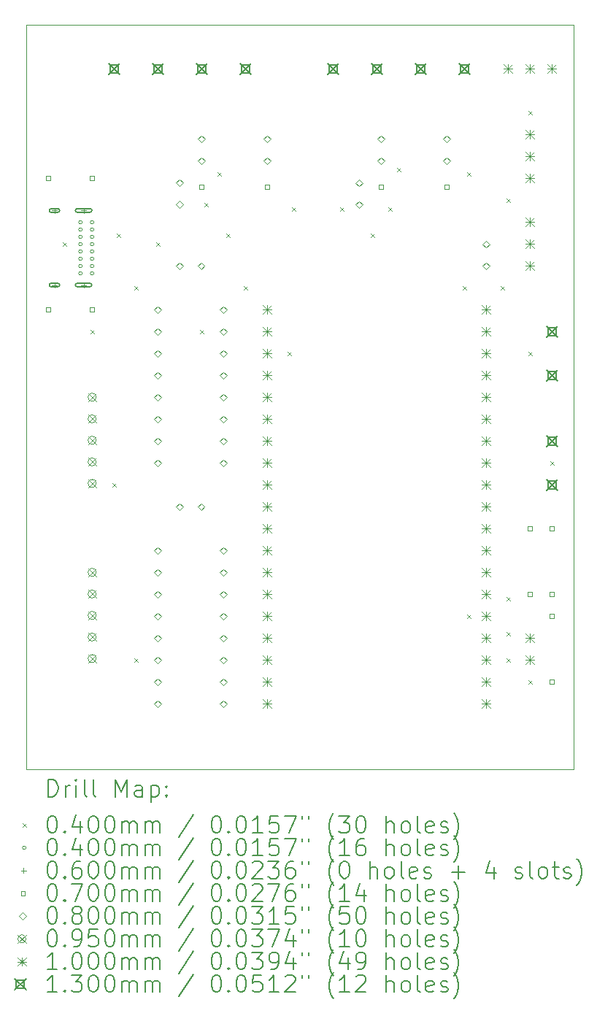
<source format=gbr>
%FSLAX45Y45*%
G04 Gerber Fmt 4.5, Leading zero omitted, Abs format (unit mm)*
G04 Created by KiCad (PCBNEW (6.0.4)) date 2023-04-20 13:50:46*
%MOMM*%
%LPD*%
G01*
G04 APERTURE LIST*
%TA.AperFunction,Profile*%
%ADD10C,0.100000*%
%TD*%
%ADD11C,0.200000*%
%ADD12C,0.040000*%
%ADD13C,0.060000*%
%ADD14C,0.070000*%
%ADD15C,0.080000*%
%ADD16C,0.095000*%
%ADD17C,0.100000*%
%ADD18C,0.130000*%
G04 APERTURE END LIST*
D10*
X13716000Y-13462000D02*
X7366000Y-13462000D01*
X7366000Y-4826000D01*
X13716000Y-4826000D01*
X13716000Y-13462000D01*
D11*
D12*
X7790500Y-7346000D02*
X7830500Y-7386000D01*
X7830500Y-7346000D02*
X7790500Y-7386000D01*
X8108000Y-8362000D02*
X8148000Y-8402000D01*
X8148000Y-8362000D02*
X8108000Y-8402000D01*
X8362000Y-10140000D02*
X8402000Y-10180000D01*
X8402000Y-10140000D02*
X8362000Y-10180000D01*
X8412800Y-7244400D02*
X8452800Y-7284400D01*
X8452800Y-7244400D02*
X8412800Y-7284400D01*
X8616000Y-7854000D02*
X8656000Y-7894000D01*
X8656000Y-7854000D02*
X8616000Y-7894000D01*
X8616000Y-12172000D02*
X8656000Y-12212000D01*
X8656000Y-12172000D02*
X8616000Y-12212000D01*
X8870000Y-7346000D02*
X8910000Y-7386000D01*
X8910000Y-7346000D02*
X8870000Y-7386000D01*
X9378000Y-8362000D02*
X9418000Y-8402000D01*
X9418000Y-8362000D02*
X9378000Y-8402000D01*
X9428800Y-6888800D02*
X9468800Y-6928800D01*
X9468800Y-6888800D02*
X9428800Y-6928800D01*
X9581200Y-6533200D02*
X9621200Y-6573200D01*
X9621200Y-6533200D02*
X9581200Y-6573200D01*
X9682800Y-7244400D02*
X9722800Y-7284400D01*
X9722800Y-7244400D02*
X9682800Y-7284400D01*
X9886000Y-7854000D02*
X9926000Y-7894000D01*
X9926000Y-7854000D02*
X9886000Y-7894000D01*
X10394000Y-8616000D02*
X10434000Y-8656000D01*
X10434000Y-8616000D02*
X10394000Y-8656000D01*
X10444800Y-6939600D02*
X10484800Y-6979600D01*
X10484800Y-6939600D02*
X10444800Y-6979600D01*
X11003600Y-6939600D02*
X11043600Y-6979600D01*
X11043600Y-6939600D02*
X11003600Y-6979600D01*
X11359200Y-7244400D02*
X11399200Y-7284400D01*
X11399200Y-7244400D02*
X11359200Y-7284400D01*
X11562400Y-6939600D02*
X11602400Y-6979600D01*
X11602400Y-6939600D02*
X11562400Y-6979600D01*
X11664000Y-6482400D02*
X11704000Y-6522400D01*
X11704000Y-6482400D02*
X11664000Y-6522400D01*
X12426000Y-7854000D02*
X12466000Y-7894000D01*
X12466000Y-7854000D02*
X12426000Y-7894000D01*
X12476800Y-6533200D02*
X12516800Y-6573200D01*
X12516800Y-6533200D02*
X12476800Y-6573200D01*
X12476800Y-11664000D02*
X12516800Y-11704000D01*
X12516800Y-11664000D02*
X12476800Y-11704000D01*
X12870500Y-7854000D02*
X12910500Y-7894000D01*
X12910500Y-7854000D02*
X12870500Y-7894000D01*
X12934000Y-6838000D02*
X12974000Y-6878000D01*
X12974000Y-6838000D02*
X12934000Y-6878000D01*
X12934000Y-11460800D02*
X12974000Y-11500800D01*
X12974000Y-11460800D02*
X12934000Y-11500800D01*
X12934000Y-11867200D02*
X12974000Y-11907200D01*
X12974000Y-11867200D02*
X12934000Y-11907200D01*
X12934000Y-12172000D02*
X12974000Y-12212000D01*
X12974000Y-12172000D02*
X12934000Y-12212000D01*
X13188000Y-5822000D02*
X13228000Y-5862000D01*
X13228000Y-5822000D02*
X13188000Y-5862000D01*
X13188000Y-8616000D02*
X13228000Y-8656000D01*
X13228000Y-8616000D02*
X13188000Y-8656000D01*
X13188000Y-12426000D02*
X13228000Y-12466000D01*
X13228000Y-12426000D02*
X13188000Y-12466000D01*
X13442000Y-9886000D02*
X13482000Y-9926000D01*
X13482000Y-9886000D02*
X13442000Y-9926000D01*
X8013000Y-7112000D02*
G75*
G03*
X8013000Y-7112000I-20000J0D01*
G01*
X8013000Y-7197000D02*
G75*
G03*
X8013000Y-7197000I-20000J0D01*
G01*
X8013000Y-7282000D02*
G75*
G03*
X8013000Y-7282000I-20000J0D01*
G01*
X8013000Y-7367000D02*
G75*
G03*
X8013000Y-7367000I-20000J0D01*
G01*
X8013000Y-7452000D02*
G75*
G03*
X8013000Y-7452000I-20000J0D01*
G01*
X8013000Y-7537000D02*
G75*
G03*
X8013000Y-7537000I-20000J0D01*
G01*
X8013000Y-7622000D02*
G75*
G03*
X8013000Y-7622000I-20000J0D01*
G01*
X8013000Y-7707000D02*
G75*
G03*
X8013000Y-7707000I-20000J0D01*
G01*
X8148000Y-7112000D02*
G75*
G03*
X8148000Y-7112000I-20000J0D01*
G01*
X8148000Y-7197000D02*
G75*
G03*
X8148000Y-7197000I-20000J0D01*
G01*
X8148000Y-7282000D02*
G75*
G03*
X8148000Y-7282000I-20000J0D01*
G01*
X8148000Y-7367000D02*
G75*
G03*
X8148000Y-7367000I-20000J0D01*
G01*
X8148000Y-7452000D02*
G75*
G03*
X8148000Y-7452000I-20000J0D01*
G01*
X8148000Y-7537000D02*
G75*
G03*
X8148000Y-7537000I-20000J0D01*
G01*
X8148000Y-7622000D02*
G75*
G03*
X8148000Y-7622000I-20000J0D01*
G01*
X8148000Y-7707000D02*
G75*
G03*
X8148000Y-7707000I-20000J0D01*
G01*
D13*
X7692000Y-6947000D02*
X7692000Y-7007000D01*
X7662000Y-6977000D02*
X7722000Y-6977000D01*
D11*
X7732000Y-6957000D02*
X7652000Y-6957000D01*
X7732000Y-6997000D02*
X7652000Y-6997000D01*
X7652000Y-6957000D02*
G75*
G03*
X7652000Y-6997000I0J-20000D01*
G01*
X7732000Y-6997000D02*
G75*
G03*
X7732000Y-6957000I0J20000D01*
G01*
D13*
X7692000Y-7812000D02*
X7692000Y-7872000D01*
X7662000Y-7842000D02*
X7722000Y-7842000D01*
D11*
X7732000Y-7822000D02*
X7652000Y-7822000D01*
X7732000Y-7862000D02*
X7652000Y-7862000D01*
X7652000Y-7822000D02*
G75*
G03*
X7652000Y-7862000I0J-20000D01*
G01*
X7732000Y-7862000D02*
G75*
G03*
X7732000Y-7822000I0J20000D01*
G01*
D13*
X8030000Y-6947000D02*
X8030000Y-7007000D01*
X8000000Y-6977000D02*
X8060000Y-6977000D01*
D11*
X8105000Y-6957000D02*
X7955000Y-6957000D01*
X8105000Y-6997000D02*
X7955000Y-6997000D01*
X7955000Y-6957000D02*
G75*
G03*
X7955000Y-6997000I0J-20000D01*
G01*
X8105000Y-6997000D02*
G75*
G03*
X8105000Y-6957000I0J20000D01*
G01*
D13*
X8030000Y-7812000D02*
X8030000Y-7872000D01*
X8000000Y-7842000D02*
X8060000Y-7842000D01*
D11*
X8105000Y-7822000D02*
X7955000Y-7822000D01*
X8105000Y-7862000D02*
X7955000Y-7862000D01*
X7955000Y-7822000D02*
G75*
G03*
X7955000Y-7862000I0J-20000D01*
G01*
X8105000Y-7862000D02*
G75*
G03*
X8105000Y-7822000I0J20000D01*
G01*
D14*
X7644749Y-6628749D02*
X7644749Y-6579251D01*
X7595251Y-6579251D01*
X7595251Y-6628749D01*
X7644749Y-6628749D01*
X7644749Y-8152749D02*
X7644749Y-8103251D01*
X7595251Y-8103251D01*
X7595251Y-8152749D01*
X7644749Y-8152749D01*
X8152749Y-6628749D02*
X8152749Y-6579251D01*
X8103251Y-6579251D01*
X8103251Y-6628749D01*
X8152749Y-6628749D01*
X8152749Y-8152749D02*
X8152749Y-8103251D01*
X8103251Y-8103251D01*
X8103251Y-8152749D01*
X8152749Y-8152749D01*
X9422749Y-6730349D02*
X9422749Y-6680851D01*
X9373251Y-6680851D01*
X9373251Y-6730349D01*
X9422749Y-6730349D01*
X10184749Y-6730349D02*
X10184749Y-6680851D01*
X10135251Y-6680851D01*
X10135251Y-6730349D01*
X10184749Y-6730349D01*
X11505549Y-6730349D02*
X11505549Y-6680851D01*
X11456051Y-6680851D01*
X11456051Y-6730349D01*
X11505549Y-6730349D01*
X12267549Y-6730349D02*
X12267549Y-6680851D01*
X12218051Y-6680851D01*
X12218051Y-6730349D01*
X12267549Y-6730349D01*
X13232749Y-10692749D02*
X13232749Y-10643251D01*
X13183251Y-10643251D01*
X13183251Y-10692749D01*
X13232749Y-10692749D01*
X13232749Y-11454749D02*
X13232749Y-11405251D01*
X13183251Y-11405251D01*
X13183251Y-11454749D01*
X13232749Y-11454749D01*
X13486749Y-10692749D02*
X13486749Y-10643251D01*
X13437251Y-10643251D01*
X13437251Y-10692749D01*
X13486749Y-10692749D01*
X13486749Y-11454749D02*
X13486749Y-11405251D01*
X13437251Y-11405251D01*
X13437251Y-11454749D01*
X13486749Y-11454749D01*
X13486749Y-11708749D02*
X13486749Y-11659251D01*
X13437251Y-11659251D01*
X13437251Y-11708749D01*
X13486749Y-11708749D01*
X13486749Y-12470749D02*
X13486749Y-12421251D01*
X13437251Y-12421251D01*
X13437251Y-12470749D01*
X13486749Y-12470749D01*
D15*
X8890000Y-8168000D02*
X8930000Y-8128000D01*
X8890000Y-8088000D01*
X8850000Y-8128000D01*
X8890000Y-8168000D01*
X8890000Y-8422000D02*
X8930000Y-8382000D01*
X8890000Y-8342000D01*
X8850000Y-8382000D01*
X8890000Y-8422000D01*
X8890000Y-8676000D02*
X8930000Y-8636000D01*
X8890000Y-8596000D01*
X8850000Y-8636000D01*
X8890000Y-8676000D01*
X8890000Y-8930000D02*
X8930000Y-8890000D01*
X8890000Y-8850000D01*
X8850000Y-8890000D01*
X8890000Y-8930000D01*
X8890000Y-9184000D02*
X8930000Y-9144000D01*
X8890000Y-9104000D01*
X8850000Y-9144000D01*
X8890000Y-9184000D01*
X8890000Y-9438000D02*
X8930000Y-9398000D01*
X8890000Y-9358000D01*
X8850000Y-9398000D01*
X8890000Y-9438000D01*
X8890000Y-9692000D02*
X8930000Y-9652000D01*
X8890000Y-9612000D01*
X8850000Y-9652000D01*
X8890000Y-9692000D01*
X8890000Y-9946000D02*
X8930000Y-9906000D01*
X8890000Y-9866000D01*
X8850000Y-9906000D01*
X8890000Y-9946000D01*
X8890000Y-10962000D02*
X8930000Y-10922000D01*
X8890000Y-10882000D01*
X8850000Y-10922000D01*
X8890000Y-10962000D01*
X8890000Y-11216000D02*
X8930000Y-11176000D01*
X8890000Y-11136000D01*
X8850000Y-11176000D01*
X8890000Y-11216000D01*
X8890000Y-11470000D02*
X8930000Y-11430000D01*
X8890000Y-11390000D01*
X8850000Y-11430000D01*
X8890000Y-11470000D01*
X8890000Y-11724000D02*
X8930000Y-11684000D01*
X8890000Y-11644000D01*
X8850000Y-11684000D01*
X8890000Y-11724000D01*
X8890000Y-11978000D02*
X8930000Y-11938000D01*
X8890000Y-11898000D01*
X8850000Y-11938000D01*
X8890000Y-11978000D01*
X8890000Y-12232000D02*
X8930000Y-12192000D01*
X8890000Y-12152000D01*
X8850000Y-12192000D01*
X8890000Y-12232000D01*
X8890000Y-12486000D02*
X8930000Y-12446000D01*
X8890000Y-12406000D01*
X8850000Y-12446000D01*
X8890000Y-12486000D01*
X8890000Y-12740000D02*
X8930000Y-12700000D01*
X8890000Y-12660000D01*
X8850000Y-12700000D01*
X8890000Y-12740000D01*
X9144000Y-6694800D02*
X9184000Y-6654800D01*
X9144000Y-6614800D01*
X9104000Y-6654800D01*
X9144000Y-6694800D01*
X9144000Y-6944800D02*
X9184000Y-6904800D01*
X9144000Y-6864800D01*
X9104000Y-6904800D01*
X9144000Y-6944800D01*
X9144000Y-7660000D02*
X9184000Y-7620000D01*
X9144000Y-7580000D01*
X9104000Y-7620000D01*
X9144000Y-7660000D01*
X9144000Y-10454000D02*
X9184000Y-10414000D01*
X9144000Y-10374000D01*
X9104000Y-10414000D01*
X9144000Y-10454000D01*
X9394000Y-7660000D02*
X9434000Y-7620000D01*
X9394000Y-7580000D01*
X9354000Y-7620000D01*
X9394000Y-7660000D01*
X9394000Y-10454000D02*
X9434000Y-10414000D01*
X9394000Y-10374000D01*
X9354000Y-10414000D01*
X9394000Y-10454000D01*
X9398000Y-6186800D02*
X9438000Y-6146800D01*
X9398000Y-6106800D01*
X9358000Y-6146800D01*
X9398000Y-6186800D01*
X9398000Y-6440800D02*
X9438000Y-6400800D01*
X9398000Y-6360800D01*
X9358000Y-6400800D01*
X9398000Y-6440800D01*
X9652000Y-8168000D02*
X9692000Y-8128000D01*
X9652000Y-8088000D01*
X9612000Y-8128000D01*
X9652000Y-8168000D01*
X9652000Y-8422000D02*
X9692000Y-8382000D01*
X9652000Y-8342000D01*
X9612000Y-8382000D01*
X9652000Y-8422000D01*
X9652000Y-8676000D02*
X9692000Y-8636000D01*
X9652000Y-8596000D01*
X9612000Y-8636000D01*
X9652000Y-8676000D01*
X9652000Y-8930000D02*
X9692000Y-8890000D01*
X9652000Y-8850000D01*
X9612000Y-8890000D01*
X9652000Y-8930000D01*
X9652000Y-9184000D02*
X9692000Y-9144000D01*
X9652000Y-9104000D01*
X9612000Y-9144000D01*
X9652000Y-9184000D01*
X9652000Y-9438000D02*
X9692000Y-9398000D01*
X9652000Y-9358000D01*
X9612000Y-9398000D01*
X9652000Y-9438000D01*
X9652000Y-9692000D02*
X9692000Y-9652000D01*
X9652000Y-9612000D01*
X9612000Y-9652000D01*
X9652000Y-9692000D01*
X9652000Y-9946000D02*
X9692000Y-9906000D01*
X9652000Y-9866000D01*
X9612000Y-9906000D01*
X9652000Y-9946000D01*
X9652000Y-10962000D02*
X9692000Y-10922000D01*
X9652000Y-10882000D01*
X9612000Y-10922000D01*
X9652000Y-10962000D01*
X9652000Y-11216000D02*
X9692000Y-11176000D01*
X9652000Y-11136000D01*
X9612000Y-11176000D01*
X9652000Y-11216000D01*
X9652000Y-11470000D02*
X9692000Y-11430000D01*
X9652000Y-11390000D01*
X9612000Y-11430000D01*
X9652000Y-11470000D01*
X9652000Y-11724000D02*
X9692000Y-11684000D01*
X9652000Y-11644000D01*
X9612000Y-11684000D01*
X9652000Y-11724000D01*
X9652000Y-11978000D02*
X9692000Y-11938000D01*
X9652000Y-11898000D01*
X9612000Y-11938000D01*
X9652000Y-11978000D01*
X9652000Y-12232000D02*
X9692000Y-12192000D01*
X9652000Y-12152000D01*
X9612000Y-12192000D01*
X9652000Y-12232000D01*
X9652000Y-12486000D02*
X9692000Y-12446000D01*
X9652000Y-12406000D01*
X9612000Y-12446000D01*
X9652000Y-12486000D01*
X9652000Y-12740000D02*
X9692000Y-12700000D01*
X9652000Y-12660000D01*
X9612000Y-12700000D01*
X9652000Y-12740000D01*
X10160000Y-6186800D02*
X10200000Y-6146800D01*
X10160000Y-6106800D01*
X10120000Y-6146800D01*
X10160000Y-6186800D01*
X10160000Y-6440800D02*
X10200000Y-6400800D01*
X10160000Y-6360800D01*
X10120000Y-6400800D01*
X10160000Y-6440800D01*
X11226800Y-6698800D02*
X11266800Y-6658800D01*
X11226800Y-6618800D01*
X11186800Y-6658800D01*
X11226800Y-6698800D01*
X11226800Y-6948800D02*
X11266800Y-6908800D01*
X11226800Y-6868800D01*
X11186800Y-6908800D01*
X11226800Y-6948800D01*
X11480800Y-6186800D02*
X11520800Y-6146800D01*
X11480800Y-6106800D01*
X11440800Y-6146800D01*
X11480800Y-6186800D01*
X11480800Y-6440800D02*
X11520800Y-6400800D01*
X11480800Y-6360800D01*
X11440800Y-6400800D01*
X11480800Y-6440800D01*
X12242800Y-6186800D02*
X12282800Y-6146800D01*
X12242800Y-6106800D01*
X12202800Y-6146800D01*
X12242800Y-6186800D01*
X12242800Y-6440800D02*
X12282800Y-6400800D01*
X12242800Y-6360800D01*
X12202800Y-6400800D01*
X12242800Y-6440800D01*
X12700000Y-7410000D02*
X12740000Y-7370000D01*
X12700000Y-7330000D01*
X12660000Y-7370000D01*
X12700000Y-7410000D01*
X12700000Y-7660000D02*
X12740000Y-7620000D01*
X12700000Y-7580000D01*
X12660000Y-7620000D01*
X12700000Y-7660000D01*
D16*
X8080500Y-9096500D02*
X8175500Y-9191500D01*
X8175500Y-9096500D02*
X8080500Y-9191500D01*
X8175500Y-9144000D02*
G75*
G03*
X8175500Y-9144000I-47500J0D01*
G01*
X8080500Y-9346500D02*
X8175500Y-9441500D01*
X8175500Y-9346500D02*
X8080500Y-9441500D01*
X8175500Y-9394000D02*
G75*
G03*
X8175500Y-9394000I-47500J0D01*
G01*
X8080500Y-9596500D02*
X8175500Y-9691500D01*
X8175500Y-9596500D02*
X8080500Y-9691500D01*
X8175500Y-9644000D02*
G75*
G03*
X8175500Y-9644000I-47500J0D01*
G01*
X8080500Y-9846500D02*
X8175500Y-9941500D01*
X8175500Y-9846500D02*
X8080500Y-9941500D01*
X8175500Y-9894000D02*
G75*
G03*
X8175500Y-9894000I-47500J0D01*
G01*
X8080500Y-10096500D02*
X8175500Y-10191500D01*
X8175500Y-10096500D02*
X8080500Y-10191500D01*
X8175500Y-10144000D02*
G75*
G03*
X8175500Y-10144000I-47500J0D01*
G01*
X8080500Y-11128500D02*
X8175500Y-11223500D01*
X8175500Y-11128500D02*
X8080500Y-11223500D01*
X8175500Y-11176000D02*
G75*
G03*
X8175500Y-11176000I-47500J0D01*
G01*
X8080500Y-11378500D02*
X8175500Y-11473500D01*
X8175500Y-11378500D02*
X8080500Y-11473500D01*
X8175500Y-11426000D02*
G75*
G03*
X8175500Y-11426000I-47500J0D01*
G01*
X8080500Y-11628500D02*
X8175500Y-11723500D01*
X8175500Y-11628500D02*
X8080500Y-11723500D01*
X8175500Y-11676000D02*
G75*
G03*
X8175500Y-11676000I-47500J0D01*
G01*
X8080500Y-11878500D02*
X8175500Y-11973500D01*
X8175500Y-11878500D02*
X8080500Y-11973500D01*
X8175500Y-11926000D02*
G75*
G03*
X8175500Y-11926000I-47500J0D01*
G01*
X8080500Y-12128500D02*
X8175500Y-12223500D01*
X8175500Y-12128500D02*
X8080500Y-12223500D01*
X8175500Y-12176000D02*
G75*
G03*
X8175500Y-12176000I-47500J0D01*
G01*
D17*
X10110000Y-8078000D02*
X10210000Y-8178000D01*
X10210000Y-8078000D02*
X10110000Y-8178000D01*
X10160000Y-8078000D02*
X10160000Y-8178000D01*
X10110000Y-8128000D02*
X10210000Y-8128000D01*
X10110000Y-8332000D02*
X10210000Y-8432000D01*
X10210000Y-8332000D02*
X10110000Y-8432000D01*
X10160000Y-8332000D02*
X10160000Y-8432000D01*
X10110000Y-8382000D02*
X10210000Y-8382000D01*
X10110000Y-8586000D02*
X10210000Y-8686000D01*
X10210000Y-8586000D02*
X10110000Y-8686000D01*
X10160000Y-8586000D02*
X10160000Y-8686000D01*
X10110000Y-8636000D02*
X10210000Y-8636000D01*
X10110000Y-8840000D02*
X10210000Y-8940000D01*
X10210000Y-8840000D02*
X10110000Y-8940000D01*
X10160000Y-8840000D02*
X10160000Y-8940000D01*
X10110000Y-8890000D02*
X10210000Y-8890000D01*
X10110000Y-9094000D02*
X10210000Y-9194000D01*
X10210000Y-9094000D02*
X10110000Y-9194000D01*
X10160000Y-9094000D02*
X10160000Y-9194000D01*
X10110000Y-9144000D02*
X10210000Y-9144000D01*
X10110000Y-9348000D02*
X10210000Y-9448000D01*
X10210000Y-9348000D02*
X10110000Y-9448000D01*
X10160000Y-9348000D02*
X10160000Y-9448000D01*
X10110000Y-9398000D02*
X10210000Y-9398000D01*
X10110000Y-9602000D02*
X10210000Y-9702000D01*
X10210000Y-9602000D02*
X10110000Y-9702000D01*
X10160000Y-9602000D02*
X10160000Y-9702000D01*
X10110000Y-9652000D02*
X10210000Y-9652000D01*
X10110000Y-9856000D02*
X10210000Y-9956000D01*
X10210000Y-9856000D02*
X10110000Y-9956000D01*
X10160000Y-9856000D02*
X10160000Y-9956000D01*
X10110000Y-9906000D02*
X10210000Y-9906000D01*
X10110000Y-10110000D02*
X10210000Y-10210000D01*
X10210000Y-10110000D02*
X10110000Y-10210000D01*
X10160000Y-10110000D02*
X10160000Y-10210000D01*
X10110000Y-10160000D02*
X10210000Y-10160000D01*
X10110000Y-10364000D02*
X10210000Y-10464000D01*
X10210000Y-10364000D02*
X10110000Y-10464000D01*
X10160000Y-10364000D02*
X10160000Y-10464000D01*
X10110000Y-10414000D02*
X10210000Y-10414000D01*
X10110000Y-10618000D02*
X10210000Y-10718000D01*
X10210000Y-10618000D02*
X10110000Y-10718000D01*
X10160000Y-10618000D02*
X10160000Y-10718000D01*
X10110000Y-10668000D02*
X10210000Y-10668000D01*
X10110000Y-10872000D02*
X10210000Y-10972000D01*
X10210000Y-10872000D02*
X10110000Y-10972000D01*
X10160000Y-10872000D02*
X10160000Y-10972000D01*
X10110000Y-10922000D02*
X10210000Y-10922000D01*
X10110000Y-11126000D02*
X10210000Y-11226000D01*
X10210000Y-11126000D02*
X10110000Y-11226000D01*
X10160000Y-11126000D02*
X10160000Y-11226000D01*
X10110000Y-11176000D02*
X10210000Y-11176000D01*
X10110000Y-11380000D02*
X10210000Y-11480000D01*
X10210000Y-11380000D02*
X10110000Y-11480000D01*
X10160000Y-11380000D02*
X10160000Y-11480000D01*
X10110000Y-11430000D02*
X10210000Y-11430000D01*
X10110000Y-11634000D02*
X10210000Y-11734000D01*
X10210000Y-11634000D02*
X10110000Y-11734000D01*
X10160000Y-11634000D02*
X10160000Y-11734000D01*
X10110000Y-11684000D02*
X10210000Y-11684000D01*
X10110000Y-11888000D02*
X10210000Y-11988000D01*
X10210000Y-11888000D02*
X10110000Y-11988000D01*
X10160000Y-11888000D02*
X10160000Y-11988000D01*
X10110000Y-11938000D02*
X10210000Y-11938000D01*
X10110000Y-12142000D02*
X10210000Y-12242000D01*
X10210000Y-12142000D02*
X10110000Y-12242000D01*
X10160000Y-12142000D02*
X10160000Y-12242000D01*
X10110000Y-12192000D02*
X10210000Y-12192000D01*
X10110000Y-12396000D02*
X10210000Y-12496000D01*
X10210000Y-12396000D02*
X10110000Y-12496000D01*
X10160000Y-12396000D02*
X10160000Y-12496000D01*
X10110000Y-12446000D02*
X10210000Y-12446000D01*
X10110000Y-12650000D02*
X10210000Y-12750000D01*
X10210000Y-12650000D02*
X10110000Y-12750000D01*
X10160000Y-12650000D02*
X10160000Y-12750000D01*
X10110000Y-12700000D02*
X10210000Y-12700000D01*
X12650000Y-8078000D02*
X12750000Y-8178000D01*
X12750000Y-8078000D02*
X12650000Y-8178000D01*
X12700000Y-8078000D02*
X12700000Y-8178000D01*
X12650000Y-8128000D02*
X12750000Y-8128000D01*
X12650000Y-8332000D02*
X12750000Y-8432000D01*
X12750000Y-8332000D02*
X12650000Y-8432000D01*
X12700000Y-8332000D02*
X12700000Y-8432000D01*
X12650000Y-8382000D02*
X12750000Y-8382000D01*
X12650000Y-8586000D02*
X12750000Y-8686000D01*
X12750000Y-8586000D02*
X12650000Y-8686000D01*
X12700000Y-8586000D02*
X12700000Y-8686000D01*
X12650000Y-8636000D02*
X12750000Y-8636000D01*
X12650000Y-8840000D02*
X12750000Y-8940000D01*
X12750000Y-8840000D02*
X12650000Y-8940000D01*
X12700000Y-8840000D02*
X12700000Y-8940000D01*
X12650000Y-8890000D02*
X12750000Y-8890000D01*
X12650000Y-9094000D02*
X12750000Y-9194000D01*
X12750000Y-9094000D02*
X12650000Y-9194000D01*
X12700000Y-9094000D02*
X12700000Y-9194000D01*
X12650000Y-9144000D02*
X12750000Y-9144000D01*
X12650000Y-9348000D02*
X12750000Y-9448000D01*
X12750000Y-9348000D02*
X12650000Y-9448000D01*
X12700000Y-9348000D02*
X12700000Y-9448000D01*
X12650000Y-9398000D02*
X12750000Y-9398000D01*
X12650000Y-9602000D02*
X12750000Y-9702000D01*
X12750000Y-9602000D02*
X12650000Y-9702000D01*
X12700000Y-9602000D02*
X12700000Y-9702000D01*
X12650000Y-9652000D02*
X12750000Y-9652000D01*
X12650000Y-9856000D02*
X12750000Y-9956000D01*
X12750000Y-9856000D02*
X12650000Y-9956000D01*
X12700000Y-9856000D02*
X12700000Y-9956000D01*
X12650000Y-9906000D02*
X12750000Y-9906000D01*
X12650000Y-10110000D02*
X12750000Y-10210000D01*
X12750000Y-10110000D02*
X12650000Y-10210000D01*
X12700000Y-10110000D02*
X12700000Y-10210000D01*
X12650000Y-10160000D02*
X12750000Y-10160000D01*
X12650000Y-10364000D02*
X12750000Y-10464000D01*
X12750000Y-10364000D02*
X12650000Y-10464000D01*
X12700000Y-10364000D02*
X12700000Y-10464000D01*
X12650000Y-10414000D02*
X12750000Y-10414000D01*
X12650000Y-10618000D02*
X12750000Y-10718000D01*
X12750000Y-10618000D02*
X12650000Y-10718000D01*
X12700000Y-10618000D02*
X12700000Y-10718000D01*
X12650000Y-10668000D02*
X12750000Y-10668000D01*
X12650000Y-10872000D02*
X12750000Y-10972000D01*
X12750000Y-10872000D02*
X12650000Y-10972000D01*
X12700000Y-10872000D02*
X12700000Y-10972000D01*
X12650000Y-10922000D02*
X12750000Y-10922000D01*
X12650000Y-11126000D02*
X12750000Y-11226000D01*
X12750000Y-11126000D02*
X12650000Y-11226000D01*
X12700000Y-11126000D02*
X12700000Y-11226000D01*
X12650000Y-11176000D02*
X12750000Y-11176000D01*
X12650000Y-11380000D02*
X12750000Y-11480000D01*
X12750000Y-11380000D02*
X12650000Y-11480000D01*
X12700000Y-11380000D02*
X12700000Y-11480000D01*
X12650000Y-11430000D02*
X12750000Y-11430000D01*
X12650000Y-11634000D02*
X12750000Y-11734000D01*
X12750000Y-11634000D02*
X12650000Y-11734000D01*
X12700000Y-11634000D02*
X12700000Y-11734000D01*
X12650000Y-11684000D02*
X12750000Y-11684000D01*
X12650000Y-11888000D02*
X12750000Y-11988000D01*
X12750000Y-11888000D02*
X12650000Y-11988000D01*
X12700000Y-11888000D02*
X12700000Y-11988000D01*
X12650000Y-11938000D02*
X12750000Y-11938000D01*
X12650000Y-12142000D02*
X12750000Y-12242000D01*
X12750000Y-12142000D02*
X12650000Y-12242000D01*
X12700000Y-12142000D02*
X12700000Y-12242000D01*
X12650000Y-12192000D02*
X12750000Y-12192000D01*
X12650000Y-12396000D02*
X12750000Y-12496000D01*
X12750000Y-12396000D02*
X12650000Y-12496000D01*
X12700000Y-12396000D02*
X12700000Y-12496000D01*
X12650000Y-12446000D02*
X12750000Y-12446000D01*
X12650000Y-12650000D02*
X12750000Y-12750000D01*
X12750000Y-12650000D02*
X12650000Y-12750000D01*
X12700000Y-12650000D02*
X12700000Y-12750000D01*
X12650000Y-12700000D02*
X12750000Y-12700000D01*
X12904000Y-5284000D02*
X13004000Y-5384000D01*
X13004000Y-5284000D02*
X12904000Y-5384000D01*
X12954000Y-5284000D02*
X12954000Y-5384000D01*
X12904000Y-5334000D02*
X13004000Y-5334000D01*
X13158000Y-5284000D02*
X13258000Y-5384000D01*
X13258000Y-5284000D02*
X13158000Y-5384000D01*
X13208000Y-5284000D02*
X13208000Y-5384000D01*
X13158000Y-5334000D02*
X13258000Y-5334000D01*
X13158000Y-6046000D02*
X13258000Y-6146000D01*
X13258000Y-6046000D02*
X13158000Y-6146000D01*
X13208000Y-6046000D02*
X13208000Y-6146000D01*
X13158000Y-6096000D02*
X13258000Y-6096000D01*
X13158000Y-6300000D02*
X13258000Y-6400000D01*
X13258000Y-6300000D02*
X13158000Y-6400000D01*
X13208000Y-6300000D02*
X13208000Y-6400000D01*
X13158000Y-6350000D02*
X13258000Y-6350000D01*
X13158000Y-6554000D02*
X13258000Y-6654000D01*
X13258000Y-6554000D02*
X13158000Y-6654000D01*
X13208000Y-6554000D02*
X13208000Y-6654000D01*
X13158000Y-6604000D02*
X13258000Y-6604000D01*
X13158000Y-7062000D02*
X13258000Y-7162000D01*
X13258000Y-7062000D02*
X13158000Y-7162000D01*
X13208000Y-7062000D02*
X13208000Y-7162000D01*
X13158000Y-7112000D02*
X13258000Y-7112000D01*
X13158000Y-7316000D02*
X13258000Y-7416000D01*
X13258000Y-7316000D02*
X13158000Y-7416000D01*
X13208000Y-7316000D02*
X13208000Y-7416000D01*
X13158000Y-7366000D02*
X13258000Y-7366000D01*
X13158000Y-7570000D02*
X13258000Y-7670000D01*
X13258000Y-7570000D02*
X13158000Y-7670000D01*
X13208000Y-7570000D02*
X13208000Y-7670000D01*
X13158000Y-7620000D02*
X13258000Y-7620000D01*
X13158000Y-11888000D02*
X13258000Y-11988000D01*
X13258000Y-11888000D02*
X13158000Y-11988000D01*
X13208000Y-11888000D02*
X13208000Y-11988000D01*
X13158000Y-11938000D02*
X13258000Y-11938000D01*
X13158000Y-12142000D02*
X13258000Y-12242000D01*
X13258000Y-12142000D02*
X13158000Y-12242000D01*
X13208000Y-12142000D02*
X13208000Y-12242000D01*
X13158000Y-12192000D02*
X13258000Y-12192000D01*
X13412000Y-5284000D02*
X13512000Y-5384000D01*
X13512000Y-5284000D02*
X13412000Y-5384000D01*
X13462000Y-5284000D02*
X13462000Y-5384000D01*
X13412000Y-5334000D02*
X13512000Y-5334000D01*
D18*
X8317000Y-5269000D02*
X8447000Y-5399000D01*
X8447000Y-5269000D02*
X8317000Y-5399000D01*
X8427962Y-5379962D02*
X8427962Y-5288038D01*
X8336038Y-5288038D01*
X8336038Y-5379962D01*
X8427962Y-5379962D01*
X8825000Y-5269000D02*
X8955000Y-5399000D01*
X8955000Y-5269000D02*
X8825000Y-5399000D01*
X8935962Y-5379962D02*
X8935962Y-5288038D01*
X8844038Y-5288038D01*
X8844038Y-5379962D01*
X8935962Y-5379962D01*
X9333000Y-5269000D02*
X9463000Y-5399000D01*
X9463000Y-5269000D02*
X9333000Y-5399000D01*
X9443962Y-5379962D02*
X9443962Y-5288038D01*
X9352038Y-5288038D01*
X9352038Y-5379962D01*
X9443962Y-5379962D01*
X9841000Y-5269000D02*
X9971000Y-5399000D01*
X9971000Y-5269000D02*
X9841000Y-5399000D01*
X9951962Y-5379962D02*
X9951962Y-5288038D01*
X9860038Y-5288038D01*
X9860038Y-5379962D01*
X9951962Y-5379962D01*
X10857000Y-5269000D02*
X10987000Y-5399000D01*
X10987000Y-5269000D02*
X10857000Y-5399000D01*
X10967962Y-5379962D02*
X10967962Y-5288038D01*
X10876038Y-5288038D01*
X10876038Y-5379962D01*
X10967962Y-5379962D01*
X11365000Y-5269000D02*
X11495000Y-5399000D01*
X11495000Y-5269000D02*
X11365000Y-5399000D01*
X11475962Y-5379962D02*
X11475962Y-5288038D01*
X11384038Y-5288038D01*
X11384038Y-5379962D01*
X11475962Y-5379962D01*
X11873000Y-5269000D02*
X12003000Y-5399000D01*
X12003000Y-5269000D02*
X11873000Y-5399000D01*
X11983962Y-5379962D02*
X11983962Y-5288038D01*
X11892038Y-5288038D01*
X11892038Y-5379962D01*
X11983962Y-5379962D01*
X12381000Y-5269000D02*
X12511000Y-5399000D01*
X12511000Y-5269000D02*
X12381000Y-5399000D01*
X12491962Y-5379962D02*
X12491962Y-5288038D01*
X12400038Y-5288038D01*
X12400038Y-5379962D01*
X12491962Y-5379962D01*
X13397000Y-8317000D02*
X13527000Y-8447000D01*
X13527000Y-8317000D02*
X13397000Y-8447000D01*
X13507962Y-8427962D02*
X13507962Y-8336038D01*
X13416038Y-8336038D01*
X13416038Y-8427962D01*
X13507962Y-8427962D01*
X13397000Y-8825000D02*
X13527000Y-8955000D01*
X13527000Y-8825000D02*
X13397000Y-8955000D01*
X13507962Y-8935962D02*
X13507962Y-8844038D01*
X13416038Y-8844038D01*
X13416038Y-8935962D01*
X13507962Y-8935962D01*
X13397000Y-9587000D02*
X13527000Y-9717000D01*
X13527000Y-9587000D02*
X13397000Y-9717000D01*
X13507962Y-9697962D02*
X13507962Y-9606038D01*
X13416038Y-9606038D01*
X13416038Y-9697962D01*
X13507962Y-9697962D01*
X13397000Y-10095000D02*
X13527000Y-10225000D01*
X13527000Y-10095000D02*
X13397000Y-10225000D01*
X13507962Y-10205962D02*
X13507962Y-10114038D01*
X13416038Y-10114038D01*
X13416038Y-10205962D01*
X13507962Y-10205962D01*
D11*
X7618619Y-13777476D02*
X7618619Y-13577476D01*
X7666238Y-13577476D01*
X7694809Y-13587000D01*
X7713857Y-13606048D01*
X7723381Y-13625095D01*
X7732905Y-13663190D01*
X7732905Y-13691762D01*
X7723381Y-13729857D01*
X7713857Y-13748905D01*
X7694809Y-13767952D01*
X7666238Y-13777476D01*
X7618619Y-13777476D01*
X7818619Y-13777476D02*
X7818619Y-13644143D01*
X7818619Y-13682238D02*
X7828143Y-13663190D01*
X7837667Y-13653667D01*
X7856714Y-13644143D01*
X7875762Y-13644143D01*
X7942428Y-13777476D02*
X7942428Y-13644143D01*
X7942428Y-13577476D02*
X7932905Y-13587000D01*
X7942428Y-13596524D01*
X7951952Y-13587000D01*
X7942428Y-13577476D01*
X7942428Y-13596524D01*
X8066238Y-13777476D02*
X8047190Y-13767952D01*
X8037667Y-13748905D01*
X8037667Y-13577476D01*
X8171000Y-13777476D02*
X8151952Y-13767952D01*
X8142428Y-13748905D01*
X8142428Y-13577476D01*
X8399571Y-13777476D02*
X8399571Y-13577476D01*
X8466238Y-13720333D01*
X8532905Y-13577476D01*
X8532905Y-13777476D01*
X8713857Y-13777476D02*
X8713857Y-13672714D01*
X8704333Y-13653667D01*
X8685286Y-13644143D01*
X8647190Y-13644143D01*
X8628143Y-13653667D01*
X8713857Y-13767952D02*
X8694810Y-13777476D01*
X8647190Y-13777476D01*
X8628143Y-13767952D01*
X8618619Y-13748905D01*
X8618619Y-13729857D01*
X8628143Y-13710809D01*
X8647190Y-13701286D01*
X8694810Y-13701286D01*
X8713857Y-13691762D01*
X8809095Y-13644143D02*
X8809095Y-13844143D01*
X8809095Y-13653667D02*
X8828143Y-13644143D01*
X8866238Y-13644143D01*
X8885286Y-13653667D01*
X8894810Y-13663190D01*
X8904333Y-13682238D01*
X8904333Y-13739381D01*
X8894810Y-13758428D01*
X8885286Y-13767952D01*
X8866238Y-13777476D01*
X8828143Y-13777476D01*
X8809095Y-13767952D01*
X8990048Y-13758428D02*
X8999571Y-13767952D01*
X8990048Y-13777476D01*
X8980524Y-13767952D01*
X8990048Y-13758428D01*
X8990048Y-13777476D01*
X8990048Y-13653667D02*
X8999571Y-13663190D01*
X8990048Y-13672714D01*
X8980524Y-13663190D01*
X8990048Y-13653667D01*
X8990048Y-13672714D01*
D12*
X7321000Y-14087000D02*
X7361000Y-14127000D01*
X7361000Y-14087000D02*
X7321000Y-14127000D01*
D11*
X7656714Y-13997476D02*
X7675762Y-13997476D01*
X7694809Y-14007000D01*
X7704333Y-14016524D01*
X7713857Y-14035571D01*
X7723381Y-14073667D01*
X7723381Y-14121286D01*
X7713857Y-14159381D01*
X7704333Y-14178428D01*
X7694809Y-14187952D01*
X7675762Y-14197476D01*
X7656714Y-14197476D01*
X7637667Y-14187952D01*
X7628143Y-14178428D01*
X7618619Y-14159381D01*
X7609095Y-14121286D01*
X7609095Y-14073667D01*
X7618619Y-14035571D01*
X7628143Y-14016524D01*
X7637667Y-14007000D01*
X7656714Y-13997476D01*
X7809095Y-14178428D02*
X7818619Y-14187952D01*
X7809095Y-14197476D01*
X7799571Y-14187952D01*
X7809095Y-14178428D01*
X7809095Y-14197476D01*
X7990048Y-14064143D02*
X7990048Y-14197476D01*
X7942428Y-13987952D02*
X7894809Y-14130809D01*
X8018619Y-14130809D01*
X8132905Y-13997476D02*
X8151952Y-13997476D01*
X8171000Y-14007000D01*
X8180524Y-14016524D01*
X8190048Y-14035571D01*
X8199571Y-14073667D01*
X8199571Y-14121286D01*
X8190048Y-14159381D01*
X8180524Y-14178428D01*
X8171000Y-14187952D01*
X8151952Y-14197476D01*
X8132905Y-14197476D01*
X8113857Y-14187952D01*
X8104333Y-14178428D01*
X8094809Y-14159381D01*
X8085286Y-14121286D01*
X8085286Y-14073667D01*
X8094809Y-14035571D01*
X8104333Y-14016524D01*
X8113857Y-14007000D01*
X8132905Y-13997476D01*
X8323381Y-13997476D02*
X8342428Y-13997476D01*
X8361476Y-14007000D01*
X8371000Y-14016524D01*
X8380524Y-14035571D01*
X8390048Y-14073667D01*
X8390048Y-14121286D01*
X8380524Y-14159381D01*
X8371000Y-14178428D01*
X8361476Y-14187952D01*
X8342428Y-14197476D01*
X8323381Y-14197476D01*
X8304333Y-14187952D01*
X8294809Y-14178428D01*
X8285286Y-14159381D01*
X8275762Y-14121286D01*
X8275762Y-14073667D01*
X8285286Y-14035571D01*
X8294809Y-14016524D01*
X8304333Y-14007000D01*
X8323381Y-13997476D01*
X8475762Y-14197476D02*
X8475762Y-14064143D01*
X8475762Y-14083190D02*
X8485286Y-14073667D01*
X8504333Y-14064143D01*
X8532905Y-14064143D01*
X8551952Y-14073667D01*
X8561476Y-14092714D01*
X8561476Y-14197476D01*
X8561476Y-14092714D02*
X8571000Y-14073667D01*
X8590048Y-14064143D01*
X8618619Y-14064143D01*
X8637667Y-14073667D01*
X8647190Y-14092714D01*
X8647190Y-14197476D01*
X8742429Y-14197476D02*
X8742429Y-14064143D01*
X8742429Y-14083190D02*
X8751952Y-14073667D01*
X8771000Y-14064143D01*
X8799571Y-14064143D01*
X8818619Y-14073667D01*
X8828143Y-14092714D01*
X8828143Y-14197476D01*
X8828143Y-14092714D02*
X8837667Y-14073667D01*
X8856714Y-14064143D01*
X8885286Y-14064143D01*
X8904333Y-14073667D01*
X8913857Y-14092714D01*
X8913857Y-14197476D01*
X9304333Y-13987952D02*
X9132905Y-14245095D01*
X9561476Y-13997476D02*
X9580524Y-13997476D01*
X9599571Y-14007000D01*
X9609095Y-14016524D01*
X9618619Y-14035571D01*
X9628143Y-14073667D01*
X9628143Y-14121286D01*
X9618619Y-14159381D01*
X9609095Y-14178428D01*
X9599571Y-14187952D01*
X9580524Y-14197476D01*
X9561476Y-14197476D01*
X9542429Y-14187952D01*
X9532905Y-14178428D01*
X9523381Y-14159381D01*
X9513857Y-14121286D01*
X9513857Y-14073667D01*
X9523381Y-14035571D01*
X9532905Y-14016524D01*
X9542429Y-14007000D01*
X9561476Y-13997476D01*
X9713857Y-14178428D02*
X9723381Y-14187952D01*
X9713857Y-14197476D01*
X9704333Y-14187952D01*
X9713857Y-14178428D01*
X9713857Y-14197476D01*
X9847190Y-13997476D02*
X9866238Y-13997476D01*
X9885286Y-14007000D01*
X9894810Y-14016524D01*
X9904333Y-14035571D01*
X9913857Y-14073667D01*
X9913857Y-14121286D01*
X9904333Y-14159381D01*
X9894810Y-14178428D01*
X9885286Y-14187952D01*
X9866238Y-14197476D01*
X9847190Y-14197476D01*
X9828143Y-14187952D01*
X9818619Y-14178428D01*
X9809095Y-14159381D01*
X9799571Y-14121286D01*
X9799571Y-14073667D01*
X9809095Y-14035571D01*
X9818619Y-14016524D01*
X9828143Y-14007000D01*
X9847190Y-13997476D01*
X10104333Y-14197476D02*
X9990048Y-14197476D01*
X10047190Y-14197476D02*
X10047190Y-13997476D01*
X10028143Y-14026048D01*
X10009095Y-14045095D01*
X9990048Y-14054619D01*
X10285286Y-13997476D02*
X10190048Y-13997476D01*
X10180524Y-14092714D01*
X10190048Y-14083190D01*
X10209095Y-14073667D01*
X10256714Y-14073667D01*
X10275762Y-14083190D01*
X10285286Y-14092714D01*
X10294810Y-14111762D01*
X10294810Y-14159381D01*
X10285286Y-14178428D01*
X10275762Y-14187952D01*
X10256714Y-14197476D01*
X10209095Y-14197476D01*
X10190048Y-14187952D01*
X10180524Y-14178428D01*
X10361476Y-13997476D02*
X10494810Y-13997476D01*
X10409095Y-14197476D01*
X10561476Y-13997476D02*
X10561476Y-14035571D01*
X10637667Y-13997476D02*
X10637667Y-14035571D01*
X10932905Y-14273667D02*
X10923381Y-14264143D01*
X10904333Y-14235571D01*
X10894810Y-14216524D01*
X10885286Y-14187952D01*
X10875762Y-14140333D01*
X10875762Y-14102238D01*
X10885286Y-14054619D01*
X10894810Y-14026048D01*
X10904333Y-14007000D01*
X10923381Y-13978428D01*
X10932905Y-13968905D01*
X10990048Y-13997476D02*
X11113857Y-13997476D01*
X11047190Y-14073667D01*
X11075762Y-14073667D01*
X11094810Y-14083190D01*
X11104333Y-14092714D01*
X11113857Y-14111762D01*
X11113857Y-14159381D01*
X11104333Y-14178428D01*
X11094810Y-14187952D01*
X11075762Y-14197476D01*
X11018619Y-14197476D01*
X10999571Y-14187952D01*
X10990048Y-14178428D01*
X11237667Y-13997476D02*
X11256714Y-13997476D01*
X11275762Y-14007000D01*
X11285286Y-14016524D01*
X11294809Y-14035571D01*
X11304333Y-14073667D01*
X11304333Y-14121286D01*
X11294809Y-14159381D01*
X11285286Y-14178428D01*
X11275762Y-14187952D01*
X11256714Y-14197476D01*
X11237667Y-14197476D01*
X11218619Y-14187952D01*
X11209095Y-14178428D01*
X11199571Y-14159381D01*
X11190048Y-14121286D01*
X11190048Y-14073667D01*
X11199571Y-14035571D01*
X11209095Y-14016524D01*
X11218619Y-14007000D01*
X11237667Y-13997476D01*
X11542428Y-14197476D02*
X11542428Y-13997476D01*
X11628143Y-14197476D02*
X11628143Y-14092714D01*
X11618619Y-14073667D01*
X11599571Y-14064143D01*
X11571000Y-14064143D01*
X11551952Y-14073667D01*
X11542428Y-14083190D01*
X11751952Y-14197476D02*
X11732905Y-14187952D01*
X11723381Y-14178428D01*
X11713857Y-14159381D01*
X11713857Y-14102238D01*
X11723381Y-14083190D01*
X11732905Y-14073667D01*
X11751952Y-14064143D01*
X11780524Y-14064143D01*
X11799571Y-14073667D01*
X11809095Y-14083190D01*
X11818619Y-14102238D01*
X11818619Y-14159381D01*
X11809095Y-14178428D01*
X11799571Y-14187952D01*
X11780524Y-14197476D01*
X11751952Y-14197476D01*
X11932905Y-14197476D02*
X11913857Y-14187952D01*
X11904333Y-14168905D01*
X11904333Y-13997476D01*
X12085286Y-14187952D02*
X12066238Y-14197476D01*
X12028143Y-14197476D01*
X12009095Y-14187952D01*
X11999571Y-14168905D01*
X11999571Y-14092714D01*
X12009095Y-14073667D01*
X12028143Y-14064143D01*
X12066238Y-14064143D01*
X12085286Y-14073667D01*
X12094809Y-14092714D01*
X12094809Y-14111762D01*
X11999571Y-14130809D01*
X12171000Y-14187952D02*
X12190048Y-14197476D01*
X12228143Y-14197476D01*
X12247190Y-14187952D01*
X12256714Y-14168905D01*
X12256714Y-14159381D01*
X12247190Y-14140333D01*
X12228143Y-14130809D01*
X12199571Y-14130809D01*
X12180524Y-14121286D01*
X12171000Y-14102238D01*
X12171000Y-14092714D01*
X12180524Y-14073667D01*
X12199571Y-14064143D01*
X12228143Y-14064143D01*
X12247190Y-14073667D01*
X12323381Y-14273667D02*
X12332905Y-14264143D01*
X12351952Y-14235571D01*
X12361476Y-14216524D01*
X12371000Y-14187952D01*
X12380524Y-14140333D01*
X12380524Y-14102238D01*
X12371000Y-14054619D01*
X12361476Y-14026048D01*
X12351952Y-14007000D01*
X12332905Y-13978428D01*
X12323381Y-13968905D01*
D12*
X7361000Y-14371000D02*
G75*
G03*
X7361000Y-14371000I-20000J0D01*
G01*
D11*
X7656714Y-14261476D02*
X7675762Y-14261476D01*
X7694809Y-14271000D01*
X7704333Y-14280524D01*
X7713857Y-14299571D01*
X7723381Y-14337667D01*
X7723381Y-14385286D01*
X7713857Y-14423381D01*
X7704333Y-14442428D01*
X7694809Y-14451952D01*
X7675762Y-14461476D01*
X7656714Y-14461476D01*
X7637667Y-14451952D01*
X7628143Y-14442428D01*
X7618619Y-14423381D01*
X7609095Y-14385286D01*
X7609095Y-14337667D01*
X7618619Y-14299571D01*
X7628143Y-14280524D01*
X7637667Y-14271000D01*
X7656714Y-14261476D01*
X7809095Y-14442428D02*
X7818619Y-14451952D01*
X7809095Y-14461476D01*
X7799571Y-14451952D01*
X7809095Y-14442428D01*
X7809095Y-14461476D01*
X7990048Y-14328143D02*
X7990048Y-14461476D01*
X7942428Y-14251952D02*
X7894809Y-14394809D01*
X8018619Y-14394809D01*
X8132905Y-14261476D02*
X8151952Y-14261476D01*
X8171000Y-14271000D01*
X8180524Y-14280524D01*
X8190048Y-14299571D01*
X8199571Y-14337667D01*
X8199571Y-14385286D01*
X8190048Y-14423381D01*
X8180524Y-14442428D01*
X8171000Y-14451952D01*
X8151952Y-14461476D01*
X8132905Y-14461476D01*
X8113857Y-14451952D01*
X8104333Y-14442428D01*
X8094809Y-14423381D01*
X8085286Y-14385286D01*
X8085286Y-14337667D01*
X8094809Y-14299571D01*
X8104333Y-14280524D01*
X8113857Y-14271000D01*
X8132905Y-14261476D01*
X8323381Y-14261476D02*
X8342428Y-14261476D01*
X8361476Y-14271000D01*
X8371000Y-14280524D01*
X8380524Y-14299571D01*
X8390048Y-14337667D01*
X8390048Y-14385286D01*
X8380524Y-14423381D01*
X8371000Y-14442428D01*
X8361476Y-14451952D01*
X8342428Y-14461476D01*
X8323381Y-14461476D01*
X8304333Y-14451952D01*
X8294809Y-14442428D01*
X8285286Y-14423381D01*
X8275762Y-14385286D01*
X8275762Y-14337667D01*
X8285286Y-14299571D01*
X8294809Y-14280524D01*
X8304333Y-14271000D01*
X8323381Y-14261476D01*
X8475762Y-14461476D02*
X8475762Y-14328143D01*
X8475762Y-14347190D02*
X8485286Y-14337667D01*
X8504333Y-14328143D01*
X8532905Y-14328143D01*
X8551952Y-14337667D01*
X8561476Y-14356714D01*
X8561476Y-14461476D01*
X8561476Y-14356714D02*
X8571000Y-14337667D01*
X8590048Y-14328143D01*
X8618619Y-14328143D01*
X8637667Y-14337667D01*
X8647190Y-14356714D01*
X8647190Y-14461476D01*
X8742429Y-14461476D02*
X8742429Y-14328143D01*
X8742429Y-14347190D02*
X8751952Y-14337667D01*
X8771000Y-14328143D01*
X8799571Y-14328143D01*
X8818619Y-14337667D01*
X8828143Y-14356714D01*
X8828143Y-14461476D01*
X8828143Y-14356714D02*
X8837667Y-14337667D01*
X8856714Y-14328143D01*
X8885286Y-14328143D01*
X8904333Y-14337667D01*
X8913857Y-14356714D01*
X8913857Y-14461476D01*
X9304333Y-14251952D02*
X9132905Y-14509095D01*
X9561476Y-14261476D02*
X9580524Y-14261476D01*
X9599571Y-14271000D01*
X9609095Y-14280524D01*
X9618619Y-14299571D01*
X9628143Y-14337667D01*
X9628143Y-14385286D01*
X9618619Y-14423381D01*
X9609095Y-14442428D01*
X9599571Y-14451952D01*
X9580524Y-14461476D01*
X9561476Y-14461476D01*
X9542429Y-14451952D01*
X9532905Y-14442428D01*
X9523381Y-14423381D01*
X9513857Y-14385286D01*
X9513857Y-14337667D01*
X9523381Y-14299571D01*
X9532905Y-14280524D01*
X9542429Y-14271000D01*
X9561476Y-14261476D01*
X9713857Y-14442428D02*
X9723381Y-14451952D01*
X9713857Y-14461476D01*
X9704333Y-14451952D01*
X9713857Y-14442428D01*
X9713857Y-14461476D01*
X9847190Y-14261476D02*
X9866238Y-14261476D01*
X9885286Y-14271000D01*
X9894810Y-14280524D01*
X9904333Y-14299571D01*
X9913857Y-14337667D01*
X9913857Y-14385286D01*
X9904333Y-14423381D01*
X9894810Y-14442428D01*
X9885286Y-14451952D01*
X9866238Y-14461476D01*
X9847190Y-14461476D01*
X9828143Y-14451952D01*
X9818619Y-14442428D01*
X9809095Y-14423381D01*
X9799571Y-14385286D01*
X9799571Y-14337667D01*
X9809095Y-14299571D01*
X9818619Y-14280524D01*
X9828143Y-14271000D01*
X9847190Y-14261476D01*
X10104333Y-14461476D02*
X9990048Y-14461476D01*
X10047190Y-14461476D02*
X10047190Y-14261476D01*
X10028143Y-14290048D01*
X10009095Y-14309095D01*
X9990048Y-14318619D01*
X10285286Y-14261476D02*
X10190048Y-14261476D01*
X10180524Y-14356714D01*
X10190048Y-14347190D01*
X10209095Y-14337667D01*
X10256714Y-14337667D01*
X10275762Y-14347190D01*
X10285286Y-14356714D01*
X10294810Y-14375762D01*
X10294810Y-14423381D01*
X10285286Y-14442428D01*
X10275762Y-14451952D01*
X10256714Y-14461476D01*
X10209095Y-14461476D01*
X10190048Y-14451952D01*
X10180524Y-14442428D01*
X10361476Y-14261476D02*
X10494810Y-14261476D01*
X10409095Y-14461476D01*
X10561476Y-14261476D02*
X10561476Y-14299571D01*
X10637667Y-14261476D02*
X10637667Y-14299571D01*
X10932905Y-14537667D02*
X10923381Y-14528143D01*
X10904333Y-14499571D01*
X10894810Y-14480524D01*
X10885286Y-14451952D01*
X10875762Y-14404333D01*
X10875762Y-14366238D01*
X10885286Y-14318619D01*
X10894810Y-14290048D01*
X10904333Y-14271000D01*
X10923381Y-14242428D01*
X10932905Y-14232905D01*
X11113857Y-14461476D02*
X10999571Y-14461476D01*
X11056714Y-14461476D02*
X11056714Y-14261476D01*
X11037667Y-14290048D01*
X11018619Y-14309095D01*
X10999571Y-14318619D01*
X11285286Y-14261476D02*
X11247190Y-14261476D01*
X11228143Y-14271000D01*
X11218619Y-14280524D01*
X11199571Y-14309095D01*
X11190048Y-14347190D01*
X11190048Y-14423381D01*
X11199571Y-14442428D01*
X11209095Y-14451952D01*
X11228143Y-14461476D01*
X11266238Y-14461476D01*
X11285286Y-14451952D01*
X11294809Y-14442428D01*
X11304333Y-14423381D01*
X11304333Y-14375762D01*
X11294809Y-14356714D01*
X11285286Y-14347190D01*
X11266238Y-14337667D01*
X11228143Y-14337667D01*
X11209095Y-14347190D01*
X11199571Y-14356714D01*
X11190048Y-14375762D01*
X11542428Y-14461476D02*
X11542428Y-14261476D01*
X11628143Y-14461476D02*
X11628143Y-14356714D01*
X11618619Y-14337667D01*
X11599571Y-14328143D01*
X11571000Y-14328143D01*
X11551952Y-14337667D01*
X11542428Y-14347190D01*
X11751952Y-14461476D02*
X11732905Y-14451952D01*
X11723381Y-14442428D01*
X11713857Y-14423381D01*
X11713857Y-14366238D01*
X11723381Y-14347190D01*
X11732905Y-14337667D01*
X11751952Y-14328143D01*
X11780524Y-14328143D01*
X11799571Y-14337667D01*
X11809095Y-14347190D01*
X11818619Y-14366238D01*
X11818619Y-14423381D01*
X11809095Y-14442428D01*
X11799571Y-14451952D01*
X11780524Y-14461476D01*
X11751952Y-14461476D01*
X11932905Y-14461476D02*
X11913857Y-14451952D01*
X11904333Y-14432905D01*
X11904333Y-14261476D01*
X12085286Y-14451952D02*
X12066238Y-14461476D01*
X12028143Y-14461476D01*
X12009095Y-14451952D01*
X11999571Y-14432905D01*
X11999571Y-14356714D01*
X12009095Y-14337667D01*
X12028143Y-14328143D01*
X12066238Y-14328143D01*
X12085286Y-14337667D01*
X12094809Y-14356714D01*
X12094809Y-14375762D01*
X11999571Y-14394809D01*
X12171000Y-14451952D02*
X12190048Y-14461476D01*
X12228143Y-14461476D01*
X12247190Y-14451952D01*
X12256714Y-14432905D01*
X12256714Y-14423381D01*
X12247190Y-14404333D01*
X12228143Y-14394809D01*
X12199571Y-14394809D01*
X12180524Y-14385286D01*
X12171000Y-14366238D01*
X12171000Y-14356714D01*
X12180524Y-14337667D01*
X12199571Y-14328143D01*
X12228143Y-14328143D01*
X12247190Y-14337667D01*
X12323381Y-14537667D02*
X12332905Y-14528143D01*
X12351952Y-14499571D01*
X12361476Y-14480524D01*
X12371000Y-14451952D01*
X12380524Y-14404333D01*
X12380524Y-14366238D01*
X12371000Y-14318619D01*
X12361476Y-14290048D01*
X12351952Y-14271000D01*
X12332905Y-14242428D01*
X12323381Y-14232905D01*
D13*
X7331000Y-14605000D02*
X7331000Y-14665000D01*
X7301000Y-14635000D02*
X7361000Y-14635000D01*
D11*
X7656714Y-14525476D02*
X7675762Y-14525476D01*
X7694809Y-14535000D01*
X7704333Y-14544524D01*
X7713857Y-14563571D01*
X7723381Y-14601667D01*
X7723381Y-14649286D01*
X7713857Y-14687381D01*
X7704333Y-14706428D01*
X7694809Y-14715952D01*
X7675762Y-14725476D01*
X7656714Y-14725476D01*
X7637667Y-14715952D01*
X7628143Y-14706428D01*
X7618619Y-14687381D01*
X7609095Y-14649286D01*
X7609095Y-14601667D01*
X7618619Y-14563571D01*
X7628143Y-14544524D01*
X7637667Y-14535000D01*
X7656714Y-14525476D01*
X7809095Y-14706428D02*
X7818619Y-14715952D01*
X7809095Y-14725476D01*
X7799571Y-14715952D01*
X7809095Y-14706428D01*
X7809095Y-14725476D01*
X7990048Y-14525476D02*
X7951952Y-14525476D01*
X7932905Y-14535000D01*
X7923381Y-14544524D01*
X7904333Y-14573095D01*
X7894809Y-14611190D01*
X7894809Y-14687381D01*
X7904333Y-14706428D01*
X7913857Y-14715952D01*
X7932905Y-14725476D01*
X7971000Y-14725476D01*
X7990048Y-14715952D01*
X7999571Y-14706428D01*
X8009095Y-14687381D01*
X8009095Y-14639762D01*
X7999571Y-14620714D01*
X7990048Y-14611190D01*
X7971000Y-14601667D01*
X7932905Y-14601667D01*
X7913857Y-14611190D01*
X7904333Y-14620714D01*
X7894809Y-14639762D01*
X8132905Y-14525476D02*
X8151952Y-14525476D01*
X8171000Y-14535000D01*
X8180524Y-14544524D01*
X8190048Y-14563571D01*
X8199571Y-14601667D01*
X8199571Y-14649286D01*
X8190048Y-14687381D01*
X8180524Y-14706428D01*
X8171000Y-14715952D01*
X8151952Y-14725476D01*
X8132905Y-14725476D01*
X8113857Y-14715952D01*
X8104333Y-14706428D01*
X8094809Y-14687381D01*
X8085286Y-14649286D01*
X8085286Y-14601667D01*
X8094809Y-14563571D01*
X8104333Y-14544524D01*
X8113857Y-14535000D01*
X8132905Y-14525476D01*
X8323381Y-14525476D02*
X8342428Y-14525476D01*
X8361476Y-14535000D01*
X8371000Y-14544524D01*
X8380524Y-14563571D01*
X8390048Y-14601667D01*
X8390048Y-14649286D01*
X8380524Y-14687381D01*
X8371000Y-14706428D01*
X8361476Y-14715952D01*
X8342428Y-14725476D01*
X8323381Y-14725476D01*
X8304333Y-14715952D01*
X8294809Y-14706428D01*
X8285286Y-14687381D01*
X8275762Y-14649286D01*
X8275762Y-14601667D01*
X8285286Y-14563571D01*
X8294809Y-14544524D01*
X8304333Y-14535000D01*
X8323381Y-14525476D01*
X8475762Y-14725476D02*
X8475762Y-14592143D01*
X8475762Y-14611190D02*
X8485286Y-14601667D01*
X8504333Y-14592143D01*
X8532905Y-14592143D01*
X8551952Y-14601667D01*
X8561476Y-14620714D01*
X8561476Y-14725476D01*
X8561476Y-14620714D02*
X8571000Y-14601667D01*
X8590048Y-14592143D01*
X8618619Y-14592143D01*
X8637667Y-14601667D01*
X8647190Y-14620714D01*
X8647190Y-14725476D01*
X8742429Y-14725476D02*
X8742429Y-14592143D01*
X8742429Y-14611190D02*
X8751952Y-14601667D01*
X8771000Y-14592143D01*
X8799571Y-14592143D01*
X8818619Y-14601667D01*
X8828143Y-14620714D01*
X8828143Y-14725476D01*
X8828143Y-14620714D02*
X8837667Y-14601667D01*
X8856714Y-14592143D01*
X8885286Y-14592143D01*
X8904333Y-14601667D01*
X8913857Y-14620714D01*
X8913857Y-14725476D01*
X9304333Y-14515952D02*
X9132905Y-14773095D01*
X9561476Y-14525476D02*
X9580524Y-14525476D01*
X9599571Y-14535000D01*
X9609095Y-14544524D01*
X9618619Y-14563571D01*
X9628143Y-14601667D01*
X9628143Y-14649286D01*
X9618619Y-14687381D01*
X9609095Y-14706428D01*
X9599571Y-14715952D01*
X9580524Y-14725476D01*
X9561476Y-14725476D01*
X9542429Y-14715952D01*
X9532905Y-14706428D01*
X9523381Y-14687381D01*
X9513857Y-14649286D01*
X9513857Y-14601667D01*
X9523381Y-14563571D01*
X9532905Y-14544524D01*
X9542429Y-14535000D01*
X9561476Y-14525476D01*
X9713857Y-14706428D02*
X9723381Y-14715952D01*
X9713857Y-14725476D01*
X9704333Y-14715952D01*
X9713857Y-14706428D01*
X9713857Y-14725476D01*
X9847190Y-14525476D02*
X9866238Y-14525476D01*
X9885286Y-14535000D01*
X9894810Y-14544524D01*
X9904333Y-14563571D01*
X9913857Y-14601667D01*
X9913857Y-14649286D01*
X9904333Y-14687381D01*
X9894810Y-14706428D01*
X9885286Y-14715952D01*
X9866238Y-14725476D01*
X9847190Y-14725476D01*
X9828143Y-14715952D01*
X9818619Y-14706428D01*
X9809095Y-14687381D01*
X9799571Y-14649286D01*
X9799571Y-14601667D01*
X9809095Y-14563571D01*
X9818619Y-14544524D01*
X9828143Y-14535000D01*
X9847190Y-14525476D01*
X9990048Y-14544524D02*
X9999571Y-14535000D01*
X10018619Y-14525476D01*
X10066238Y-14525476D01*
X10085286Y-14535000D01*
X10094810Y-14544524D01*
X10104333Y-14563571D01*
X10104333Y-14582619D01*
X10094810Y-14611190D01*
X9980524Y-14725476D01*
X10104333Y-14725476D01*
X10171000Y-14525476D02*
X10294810Y-14525476D01*
X10228143Y-14601667D01*
X10256714Y-14601667D01*
X10275762Y-14611190D01*
X10285286Y-14620714D01*
X10294810Y-14639762D01*
X10294810Y-14687381D01*
X10285286Y-14706428D01*
X10275762Y-14715952D01*
X10256714Y-14725476D01*
X10199571Y-14725476D01*
X10180524Y-14715952D01*
X10171000Y-14706428D01*
X10466238Y-14525476D02*
X10428143Y-14525476D01*
X10409095Y-14535000D01*
X10399571Y-14544524D01*
X10380524Y-14573095D01*
X10371000Y-14611190D01*
X10371000Y-14687381D01*
X10380524Y-14706428D01*
X10390048Y-14715952D01*
X10409095Y-14725476D01*
X10447190Y-14725476D01*
X10466238Y-14715952D01*
X10475762Y-14706428D01*
X10485286Y-14687381D01*
X10485286Y-14639762D01*
X10475762Y-14620714D01*
X10466238Y-14611190D01*
X10447190Y-14601667D01*
X10409095Y-14601667D01*
X10390048Y-14611190D01*
X10380524Y-14620714D01*
X10371000Y-14639762D01*
X10561476Y-14525476D02*
X10561476Y-14563571D01*
X10637667Y-14525476D02*
X10637667Y-14563571D01*
X10932905Y-14801667D02*
X10923381Y-14792143D01*
X10904333Y-14763571D01*
X10894810Y-14744524D01*
X10885286Y-14715952D01*
X10875762Y-14668333D01*
X10875762Y-14630238D01*
X10885286Y-14582619D01*
X10894810Y-14554048D01*
X10904333Y-14535000D01*
X10923381Y-14506428D01*
X10932905Y-14496905D01*
X11047190Y-14525476D02*
X11066238Y-14525476D01*
X11085286Y-14535000D01*
X11094810Y-14544524D01*
X11104333Y-14563571D01*
X11113857Y-14601667D01*
X11113857Y-14649286D01*
X11104333Y-14687381D01*
X11094810Y-14706428D01*
X11085286Y-14715952D01*
X11066238Y-14725476D01*
X11047190Y-14725476D01*
X11028143Y-14715952D01*
X11018619Y-14706428D01*
X11009095Y-14687381D01*
X10999571Y-14649286D01*
X10999571Y-14601667D01*
X11009095Y-14563571D01*
X11018619Y-14544524D01*
X11028143Y-14535000D01*
X11047190Y-14525476D01*
X11351952Y-14725476D02*
X11351952Y-14525476D01*
X11437667Y-14725476D02*
X11437667Y-14620714D01*
X11428143Y-14601667D01*
X11409095Y-14592143D01*
X11380524Y-14592143D01*
X11361476Y-14601667D01*
X11351952Y-14611190D01*
X11561476Y-14725476D02*
X11542428Y-14715952D01*
X11532905Y-14706428D01*
X11523381Y-14687381D01*
X11523381Y-14630238D01*
X11532905Y-14611190D01*
X11542428Y-14601667D01*
X11561476Y-14592143D01*
X11590048Y-14592143D01*
X11609095Y-14601667D01*
X11618619Y-14611190D01*
X11628143Y-14630238D01*
X11628143Y-14687381D01*
X11618619Y-14706428D01*
X11609095Y-14715952D01*
X11590048Y-14725476D01*
X11561476Y-14725476D01*
X11742428Y-14725476D02*
X11723381Y-14715952D01*
X11713857Y-14696905D01*
X11713857Y-14525476D01*
X11894809Y-14715952D02*
X11875762Y-14725476D01*
X11837667Y-14725476D01*
X11818619Y-14715952D01*
X11809095Y-14696905D01*
X11809095Y-14620714D01*
X11818619Y-14601667D01*
X11837667Y-14592143D01*
X11875762Y-14592143D01*
X11894809Y-14601667D01*
X11904333Y-14620714D01*
X11904333Y-14639762D01*
X11809095Y-14658809D01*
X11980524Y-14715952D02*
X11999571Y-14725476D01*
X12037667Y-14725476D01*
X12056714Y-14715952D01*
X12066238Y-14696905D01*
X12066238Y-14687381D01*
X12056714Y-14668333D01*
X12037667Y-14658809D01*
X12009095Y-14658809D01*
X11990048Y-14649286D01*
X11980524Y-14630238D01*
X11980524Y-14620714D01*
X11990048Y-14601667D01*
X12009095Y-14592143D01*
X12037667Y-14592143D01*
X12056714Y-14601667D01*
X12304333Y-14649286D02*
X12456714Y-14649286D01*
X12380524Y-14725476D02*
X12380524Y-14573095D01*
X12790048Y-14592143D02*
X12790048Y-14725476D01*
X12742428Y-14515952D02*
X12694809Y-14658809D01*
X12818619Y-14658809D01*
X13037667Y-14715952D02*
X13056714Y-14725476D01*
X13094809Y-14725476D01*
X13113857Y-14715952D01*
X13123381Y-14696905D01*
X13123381Y-14687381D01*
X13113857Y-14668333D01*
X13094809Y-14658809D01*
X13066238Y-14658809D01*
X13047190Y-14649286D01*
X13037667Y-14630238D01*
X13037667Y-14620714D01*
X13047190Y-14601667D01*
X13066238Y-14592143D01*
X13094809Y-14592143D01*
X13113857Y-14601667D01*
X13237667Y-14725476D02*
X13218619Y-14715952D01*
X13209095Y-14696905D01*
X13209095Y-14525476D01*
X13342428Y-14725476D02*
X13323381Y-14715952D01*
X13313857Y-14706428D01*
X13304333Y-14687381D01*
X13304333Y-14630238D01*
X13313857Y-14611190D01*
X13323381Y-14601667D01*
X13342428Y-14592143D01*
X13371000Y-14592143D01*
X13390048Y-14601667D01*
X13399571Y-14611190D01*
X13409095Y-14630238D01*
X13409095Y-14687381D01*
X13399571Y-14706428D01*
X13390048Y-14715952D01*
X13371000Y-14725476D01*
X13342428Y-14725476D01*
X13466238Y-14592143D02*
X13542428Y-14592143D01*
X13494809Y-14525476D02*
X13494809Y-14696905D01*
X13504333Y-14715952D01*
X13523381Y-14725476D01*
X13542428Y-14725476D01*
X13599571Y-14715952D02*
X13618619Y-14725476D01*
X13656714Y-14725476D01*
X13675762Y-14715952D01*
X13685286Y-14696905D01*
X13685286Y-14687381D01*
X13675762Y-14668333D01*
X13656714Y-14658809D01*
X13628143Y-14658809D01*
X13609095Y-14649286D01*
X13599571Y-14630238D01*
X13599571Y-14620714D01*
X13609095Y-14601667D01*
X13628143Y-14592143D01*
X13656714Y-14592143D01*
X13675762Y-14601667D01*
X13751952Y-14801667D02*
X13761476Y-14792143D01*
X13780524Y-14763571D01*
X13790048Y-14744524D01*
X13799571Y-14715952D01*
X13809095Y-14668333D01*
X13809095Y-14630238D01*
X13799571Y-14582619D01*
X13790048Y-14554048D01*
X13780524Y-14535000D01*
X13761476Y-14506428D01*
X13751952Y-14496905D01*
D14*
X7350749Y-14923749D02*
X7350749Y-14874251D01*
X7301251Y-14874251D01*
X7301251Y-14923749D01*
X7350749Y-14923749D01*
D11*
X7656714Y-14789476D02*
X7675762Y-14789476D01*
X7694809Y-14799000D01*
X7704333Y-14808524D01*
X7713857Y-14827571D01*
X7723381Y-14865667D01*
X7723381Y-14913286D01*
X7713857Y-14951381D01*
X7704333Y-14970428D01*
X7694809Y-14979952D01*
X7675762Y-14989476D01*
X7656714Y-14989476D01*
X7637667Y-14979952D01*
X7628143Y-14970428D01*
X7618619Y-14951381D01*
X7609095Y-14913286D01*
X7609095Y-14865667D01*
X7618619Y-14827571D01*
X7628143Y-14808524D01*
X7637667Y-14799000D01*
X7656714Y-14789476D01*
X7809095Y-14970428D02*
X7818619Y-14979952D01*
X7809095Y-14989476D01*
X7799571Y-14979952D01*
X7809095Y-14970428D01*
X7809095Y-14989476D01*
X7885286Y-14789476D02*
X8018619Y-14789476D01*
X7932905Y-14989476D01*
X8132905Y-14789476D02*
X8151952Y-14789476D01*
X8171000Y-14799000D01*
X8180524Y-14808524D01*
X8190048Y-14827571D01*
X8199571Y-14865667D01*
X8199571Y-14913286D01*
X8190048Y-14951381D01*
X8180524Y-14970428D01*
X8171000Y-14979952D01*
X8151952Y-14989476D01*
X8132905Y-14989476D01*
X8113857Y-14979952D01*
X8104333Y-14970428D01*
X8094809Y-14951381D01*
X8085286Y-14913286D01*
X8085286Y-14865667D01*
X8094809Y-14827571D01*
X8104333Y-14808524D01*
X8113857Y-14799000D01*
X8132905Y-14789476D01*
X8323381Y-14789476D02*
X8342428Y-14789476D01*
X8361476Y-14799000D01*
X8371000Y-14808524D01*
X8380524Y-14827571D01*
X8390048Y-14865667D01*
X8390048Y-14913286D01*
X8380524Y-14951381D01*
X8371000Y-14970428D01*
X8361476Y-14979952D01*
X8342428Y-14989476D01*
X8323381Y-14989476D01*
X8304333Y-14979952D01*
X8294809Y-14970428D01*
X8285286Y-14951381D01*
X8275762Y-14913286D01*
X8275762Y-14865667D01*
X8285286Y-14827571D01*
X8294809Y-14808524D01*
X8304333Y-14799000D01*
X8323381Y-14789476D01*
X8475762Y-14989476D02*
X8475762Y-14856143D01*
X8475762Y-14875190D02*
X8485286Y-14865667D01*
X8504333Y-14856143D01*
X8532905Y-14856143D01*
X8551952Y-14865667D01*
X8561476Y-14884714D01*
X8561476Y-14989476D01*
X8561476Y-14884714D02*
X8571000Y-14865667D01*
X8590048Y-14856143D01*
X8618619Y-14856143D01*
X8637667Y-14865667D01*
X8647190Y-14884714D01*
X8647190Y-14989476D01*
X8742429Y-14989476D02*
X8742429Y-14856143D01*
X8742429Y-14875190D02*
X8751952Y-14865667D01*
X8771000Y-14856143D01*
X8799571Y-14856143D01*
X8818619Y-14865667D01*
X8828143Y-14884714D01*
X8828143Y-14989476D01*
X8828143Y-14884714D02*
X8837667Y-14865667D01*
X8856714Y-14856143D01*
X8885286Y-14856143D01*
X8904333Y-14865667D01*
X8913857Y-14884714D01*
X8913857Y-14989476D01*
X9304333Y-14779952D02*
X9132905Y-15037095D01*
X9561476Y-14789476D02*
X9580524Y-14789476D01*
X9599571Y-14799000D01*
X9609095Y-14808524D01*
X9618619Y-14827571D01*
X9628143Y-14865667D01*
X9628143Y-14913286D01*
X9618619Y-14951381D01*
X9609095Y-14970428D01*
X9599571Y-14979952D01*
X9580524Y-14989476D01*
X9561476Y-14989476D01*
X9542429Y-14979952D01*
X9532905Y-14970428D01*
X9523381Y-14951381D01*
X9513857Y-14913286D01*
X9513857Y-14865667D01*
X9523381Y-14827571D01*
X9532905Y-14808524D01*
X9542429Y-14799000D01*
X9561476Y-14789476D01*
X9713857Y-14970428D02*
X9723381Y-14979952D01*
X9713857Y-14989476D01*
X9704333Y-14979952D01*
X9713857Y-14970428D01*
X9713857Y-14989476D01*
X9847190Y-14789476D02*
X9866238Y-14789476D01*
X9885286Y-14799000D01*
X9894810Y-14808524D01*
X9904333Y-14827571D01*
X9913857Y-14865667D01*
X9913857Y-14913286D01*
X9904333Y-14951381D01*
X9894810Y-14970428D01*
X9885286Y-14979952D01*
X9866238Y-14989476D01*
X9847190Y-14989476D01*
X9828143Y-14979952D01*
X9818619Y-14970428D01*
X9809095Y-14951381D01*
X9799571Y-14913286D01*
X9799571Y-14865667D01*
X9809095Y-14827571D01*
X9818619Y-14808524D01*
X9828143Y-14799000D01*
X9847190Y-14789476D01*
X9990048Y-14808524D02*
X9999571Y-14799000D01*
X10018619Y-14789476D01*
X10066238Y-14789476D01*
X10085286Y-14799000D01*
X10094810Y-14808524D01*
X10104333Y-14827571D01*
X10104333Y-14846619D01*
X10094810Y-14875190D01*
X9980524Y-14989476D01*
X10104333Y-14989476D01*
X10171000Y-14789476D02*
X10304333Y-14789476D01*
X10218619Y-14989476D01*
X10466238Y-14789476D02*
X10428143Y-14789476D01*
X10409095Y-14799000D01*
X10399571Y-14808524D01*
X10380524Y-14837095D01*
X10371000Y-14875190D01*
X10371000Y-14951381D01*
X10380524Y-14970428D01*
X10390048Y-14979952D01*
X10409095Y-14989476D01*
X10447190Y-14989476D01*
X10466238Y-14979952D01*
X10475762Y-14970428D01*
X10485286Y-14951381D01*
X10485286Y-14903762D01*
X10475762Y-14884714D01*
X10466238Y-14875190D01*
X10447190Y-14865667D01*
X10409095Y-14865667D01*
X10390048Y-14875190D01*
X10380524Y-14884714D01*
X10371000Y-14903762D01*
X10561476Y-14789476D02*
X10561476Y-14827571D01*
X10637667Y-14789476D02*
X10637667Y-14827571D01*
X10932905Y-15065667D02*
X10923381Y-15056143D01*
X10904333Y-15027571D01*
X10894810Y-15008524D01*
X10885286Y-14979952D01*
X10875762Y-14932333D01*
X10875762Y-14894238D01*
X10885286Y-14846619D01*
X10894810Y-14818048D01*
X10904333Y-14799000D01*
X10923381Y-14770428D01*
X10932905Y-14760905D01*
X11113857Y-14989476D02*
X10999571Y-14989476D01*
X11056714Y-14989476D02*
X11056714Y-14789476D01*
X11037667Y-14818048D01*
X11018619Y-14837095D01*
X10999571Y-14846619D01*
X11285286Y-14856143D02*
X11285286Y-14989476D01*
X11237667Y-14779952D02*
X11190048Y-14922809D01*
X11313857Y-14922809D01*
X11542428Y-14989476D02*
X11542428Y-14789476D01*
X11628143Y-14989476D02*
X11628143Y-14884714D01*
X11618619Y-14865667D01*
X11599571Y-14856143D01*
X11571000Y-14856143D01*
X11551952Y-14865667D01*
X11542428Y-14875190D01*
X11751952Y-14989476D02*
X11732905Y-14979952D01*
X11723381Y-14970428D01*
X11713857Y-14951381D01*
X11713857Y-14894238D01*
X11723381Y-14875190D01*
X11732905Y-14865667D01*
X11751952Y-14856143D01*
X11780524Y-14856143D01*
X11799571Y-14865667D01*
X11809095Y-14875190D01*
X11818619Y-14894238D01*
X11818619Y-14951381D01*
X11809095Y-14970428D01*
X11799571Y-14979952D01*
X11780524Y-14989476D01*
X11751952Y-14989476D01*
X11932905Y-14989476D02*
X11913857Y-14979952D01*
X11904333Y-14960905D01*
X11904333Y-14789476D01*
X12085286Y-14979952D02*
X12066238Y-14989476D01*
X12028143Y-14989476D01*
X12009095Y-14979952D01*
X11999571Y-14960905D01*
X11999571Y-14884714D01*
X12009095Y-14865667D01*
X12028143Y-14856143D01*
X12066238Y-14856143D01*
X12085286Y-14865667D01*
X12094809Y-14884714D01*
X12094809Y-14903762D01*
X11999571Y-14922809D01*
X12171000Y-14979952D02*
X12190048Y-14989476D01*
X12228143Y-14989476D01*
X12247190Y-14979952D01*
X12256714Y-14960905D01*
X12256714Y-14951381D01*
X12247190Y-14932333D01*
X12228143Y-14922809D01*
X12199571Y-14922809D01*
X12180524Y-14913286D01*
X12171000Y-14894238D01*
X12171000Y-14884714D01*
X12180524Y-14865667D01*
X12199571Y-14856143D01*
X12228143Y-14856143D01*
X12247190Y-14865667D01*
X12323381Y-15065667D02*
X12332905Y-15056143D01*
X12351952Y-15027571D01*
X12361476Y-15008524D01*
X12371000Y-14979952D01*
X12380524Y-14932333D01*
X12380524Y-14894238D01*
X12371000Y-14846619D01*
X12361476Y-14818048D01*
X12351952Y-14799000D01*
X12332905Y-14770428D01*
X12323381Y-14760905D01*
D15*
X7321000Y-15203000D02*
X7361000Y-15163000D01*
X7321000Y-15123000D01*
X7281000Y-15163000D01*
X7321000Y-15203000D01*
D11*
X7656714Y-15053476D02*
X7675762Y-15053476D01*
X7694809Y-15063000D01*
X7704333Y-15072524D01*
X7713857Y-15091571D01*
X7723381Y-15129667D01*
X7723381Y-15177286D01*
X7713857Y-15215381D01*
X7704333Y-15234428D01*
X7694809Y-15243952D01*
X7675762Y-15253476D01*
X7656714Y-15253476D01*
X7637667Y-15243952D01*
X7628143Y-15234428D01*
X7618619Y-15215381D01*
X7609095Y-15177286D01*
X7609095Y-15129667D01*
X7618619Y-15091571D01*
X7628143Y-15072524D01*
X7637667Y-15063000D01*
X7656714Y-15053476D01*
X7809095Y-15234428D02*
X7818619Y-15243952D01*
X7809095Y-15253476D01*
X7799571Y-15243952D01*
X7809095Y-15234428D01*
X7809095Y-15253476D01*
X7932905Y-15139190D02*
X7913857Y-15129667D01*
X7904333Y-15120143D01*
X7894809Y-15101095D01*
X7894809Y-15091571D01*
X7904333Y-15072524D01*
X7913857Y-15063000D01*
X7932905Y-15053476D01*
X7971000Y-15053476D01*
X7990048Y-15063000D01*
X7999571Y-15072524D01*
X8009095Y-15091571D01*
X8009095Y-15101095D01*
X7999571Y-15120143D01*
X7990048Y-15129667D01*
X7971000Y-15139190D01*
X7932905Y-15139190D01*
X7913857Y-15148714D01*
X7904333Y-15158238D01*
X7894809Y-15177286D01*
X7894809Y-15215381D01*
X7904333Y-15234428D01*
X7913857Y-15243952D01*
X7932905Y-15253476D01*
X7971000Y-15253476D01*
X7990048Y-15243952D01*
X7999571Y-15234428D01*
X8009095Y-15215381D01*
X8009095Y-15177286D01*
X7999571Y-15158238D01*
X7990048Y-15148714D01*
X7971000Y-15139190D01*
X8132905Y-15053476D02*
X8151952Y-15053476D01*
X8171000Y-15063000D01*
X8180524Y-15072524D01*
X8190048Y-15091571D01*
X8199571Y-15129667D01*
X8199571Y-15177286D01*
X8190048Y-15215381D01*
X8180524Y-15234428D01*
X8171000Y-15243952D01*
X8151952Y-15253476D01*
X8132905Y-15253476D01*
X8113857Y-15243952D01*
X8104333Y-15234428D01*
X8094809Y-15215381D01*
X8085286Y-15177286D01*
X8085286Y-15129667D01*
X8094809Y-15091571D01*
X8104333Y-15072524D01*
X8113857Y-15063000D01*
X8132905Y-15053476D01*
X8323381Y-15053476D02*
X8342428Y-15053476D01*
X8361476Y-15063000D01*
X8371000Y-15072524D01*
X8380524Y-15091571D01*
X8390048Y-15129667D01*
X8390048Y-15177286D01*
X8380524Y-15215381D01*
X8371000Y-15234428D01*
X8361476Y-15243952D01*
X8342428Y-15253476D01*
X8323381Y-15253476D01*
X8304333Y-15243952D01*
X8294809Y-15234428D01*
X8285286Y-15215381D01*
X8275762Y-15177286D01*
X8275762Y-15129667D01*
X8285286Y-15091571D01*
X8294809Y-15072524D01*
X8304333Y-15063000D01*
X8323381Y-15053476D01*
X8475762Y-15253476D02*
X8475762Y-15120143D01*
X8475762Y-15139190D02*
X8485286Y-15129667D01*
X8504333Y-15120143D01*
X8532905Y-15120143D01*
X8551952Y-15129667D01*
X8561476Y-15148714D01*
X8561476Y-15253476D01*
X8561476Y-15148714D02*
X8571000Y-15129667D01*
X8590048Y-15120143D01*
X8618619Y-15120143D01*
X8637667Y-15129667D01*
X8647190Y-15148714D01*
X8647190Y-15253476D01*
X8742429Y-15253476D02*
X8742429Y-15120143D01*
X8742429Y-15139190D02*
X8751952Y-15129667D01*
X8771000Y-15120143D01*
X8799571Y-15120143D01*
X8818619Y-15129667D01*
X8828143Y-15148714D01*
X8828143Y-15253476D01*
X8828143Y-15148714D02*
X8837667Y-15129667D01*
X8856714Y-15120143D01*
X8885286Y-15120143D01*
X8904333Y-15129667D01*
X8913857Y-15148714D01*
X8913857Y-15253476D01*
X9304333Y-15043952D02*
X9132905Y-15301095D01*
X9561476Y-15053476D02*
X9580524Y-15053476D01*
X9599571Y-15063000D01*
X9609095Y-15072524D01*
X9618619Y-15091571D01*
X9628143Y-15129667D01*
X9628143Y-15177286D01*
X9618619Y-15215381D01*
X9609095Y-15234428D01*
X9599571Y-15243952D01*
X9580524Y-15253476D01*
X9561476Y-15253476D01*
X9542429Y-15243952D01*
X9532905Y-15234428D01*
X9523381Y-15215381D01*
X9513857Y-15177286D01*
X9513857Y-15129667D01*
X9523381Y-15091571D01*
X9532905Y-15072524D01*
X9542429Y-15063000D01*
X9561476Y-15053476D01*
X9713857Y-15234428D02*
X9723381Y-15243952D01*
X9713857Y-15253476D01*
X9704333Y-15243952D01*
X9713857Y-15234428D01*
X9713857Y-15253476D01*
X9847190Y-15053476D02*
X9866238Y-15053476D01*
X9885286Y-15063000D01*
X9894810Y-15072524D01*
X9904333Y-15091571D01*
X9913857Y-15129667D01*
X9913857Y-15177286D01*
X9904333Y-15215381D01*
X9894810Y-15234428D01*
X9885286Y-15243952D01*
X9866238Y-15253476D01*
X9847190Y-15253476D01*
X9828143Y-15243952D01*
X9818619Y-15234428D01*
X9809095Y-15215381D01*
X9799571Y-15177286D01*
X9799571Y-15129667D01*
X9809095Y-15091571D01*
X9818619Y-15072524D01*
X9828143Y-15063000D01*
X9847190Y-15053476D01*
X9980524Y-15053476D02*
X10104333Y-15053476D01*
X10037667Y-15129667D01*
X10066238Y-15129667D01*
X10085286Y-15139190D01*
X10094810Y-15148714D01*
X10104333Y-15167762D01*
X10104333Y-15215381D01*
X10094810Y-15234428D01*
X10085286Y-15243952D01*
X10066238Y-15253476D01*
X10009095Y-15253476D01*
X9990048Y-15243952D01*
X9980524Y-15234428D01*
X10294810Y-15253476D02*
X10180524Y-15253476D01*
X10237667Y-15253476D02*
X10237667Y-15053476D01*
X10218619Y-15082048D01*
X10199571Y-15101095D01*
X10180524Y-15110619D01*
X10475762Y-15053476D02*
X10380524Y-15053476D01*
X10371000Y-15148714D01*
X10380524Y-15139190D01*
X10399571Y-15129667D01*
X10447190Y-15129667D01*
X10466238Y-15139190D01*
X10475762Y-15148714D01*
X10485286Y-15167762D01*
X10485286Y-15215381D01*
X10475762Y-15234428D01*
X10466238Y-15243952D01*
X10447190Y-15253476D01*
X10399571Y-15253476D01*
X10380524Y-15243952D01*
X10371000Y-15234428D01*
X10561476Y-15053476D02*
X10561476Y-15091571D01*
X10637667Y-15053476D02*
X10637667Y-15091571D01*
X10932905Y-15329667D02*
X10923381Y-15320143D01*
X10904333Y-15291571D01*
X10894810Y-15272524D01*
X10885286Y-15243952D01*
X10875762Y-15196333D01*
X10875762Y-15158238D01*
X10885286Y-15110619D01*
X10894810Y-15082048D01*
X10904333Y-15063000D01*
X10923381Y-15034428D01*
X10932905Y-15024905D01*
X11104333Y-15053476D02*
X11009095Y-15053476D01*
X10999571Y-15148714D01*
X11009095Y-15139190D01*
X11028143Y-15129667D01*
X11075762Y-15129667D01*
X11094810Y-15139190D01*
X11104333Y-15148714D01*
X11113857Y-15167762D01*
X11113857Y-15215381D01*
X11104333Y-15234428D01*
X11094810Y-15243952D01*
X11075762Y-15253476D01*
X11028143Y-15253476D01*
X11009095Y-15243952D01*
X10999571Y-15234428D01*
X11237667Y-15053476D02*
X11256714Y-15053476D01*
X11275762Y-15063000D01*
X11285286Y-15072524D01*
X11294809Y-15091571D01*
X11304333Y-15129667D01*
X11304333Y-15177286D01*
X11294809Y-15215381D01*
X11285286Y-15234428D01*
X11275762Y-15243952D01*
X11256714Y-15253476D01*
X11237667Y-15253476D01*
X11218619Y-15243952D01*
X11209095Y-15234428D01*
X11199571Y-15215381D01*
X11190048Y-15177286D01*
X11190048Y-15129667D01*
X11199571Y-15091571D01*
X11209095Y-15072524D01*
X11218619Y-15063000D01*
X11237667Y-15053476D01*
X11542428Y-15253476D02*
X11542428Y-15053476D01*
X11628143Y-15253476D02*
X11628143Y-15148714D01*
X11618619Y-15129667D01*
X11599571Y-15120143D01*
X11571000Y-15120143D01*
X11551952Y-15129667D01*
X11542428Y-15139190D01*
X11751952Y-15253476D02*
X11732905Y-15243952D01*
X11723381Y-15234428D01*
X11713857Y-15215381D01*
X11713857Y-15158238D01*
X11723381Y-15139190D01*
X11732905Y-15129667D01*
X11751952Y-15120143D01*
X11780524Y-15120143D01*
X11799571Y-15129667D01*
X11809095Y-15139190D01*
X11818619Y-15158238D01*
X11818619Y-15215381D01*
X11809095Y-15234428D01*
X11799571Y-15243952D01*
X11780524Y-15253476D01*
X11751952Y-15253476D01*
X11932905Y-15253476D02*
X11913857Y-15243952D01*
X11904333Y-15224905D01*
X11904333Y-15053476D01*
X12085286Y-15243952D02*
X12066238Y-15253476D01*
X12028143Y-15253476D01*
X12009095Y-15243952D01*
X11999571Y-15224905D01*
X11999571Y-15148714D01*
X12009095Y-15129667D01*
X12028143Y-15120143D01*
X12066238Y-15120143D01*
X12085286Y-15129667D01*
X12094809Y-15148714D01*
X12094809Y-15167762D01*
X11999571Y-15186809D01*
X12171000Y-15243952D02*
X12190048Y-15253476D01*
X12228143Y-15253476D01*
X12247190Y-15243952D01*
X12256714Y-15224905D01*
X12256714Y-15215381D01*
X12247190Y-15196333D01*
X12228143Y-15186809D01*
X12199571Y-15186809D01*
X12180524Y-15177286D01*
X12171000Y-15158238D01*
X12171000Y-15148714D01*
X12180524Y-15129667D01*
X12199571Y-15120143D01*
X12228143Y-15120143D01*
X12247190Y-15129667D01*
X12323381Y-15329667D02*
X12332905Y-15320143D01*
X12351952Y-15291571D01*
X12361476Y-15272524D01*
X12371000Y-15243952D01*
X12380524Y-15196333D01*
X12380524Y-15158238D01*
X12371000Y-15110619D01*
X12361476Y-15082048D01*
X12351952Y-15063000D01*
X12332905Y-15034428D01*
X12323381Y-15024905D01*
D16*
X7266000Y-15379500D02*
X7361000Y-15474500D01*
X7361000Y-15379500D02*
X7266000Y-15474500D01*
X7361000Y-15427000D02*
G75*
G03*
X7361000Y-15427000I-47500J0D01*
G01*
D11*
X7656714Y-15317476D02*
X7675762Y-15317476D01*
X7694809Y-15327000D01*
X7704333Y-15336524D01*
X7713857Y-15355571D01*
X7723381Y-15393667D01*
X7723381Y-15441286D01*
X7713857Y-15479381D01*
X7704333Y-15498428D01*
X7694809Y-15507952D01*
X7675762Y-15517476D01*
X7656714Y-15517476D01*
X7637667Y-15507952D01*
X7628143Y-15498428D01*
X7618619Y-15479381D01*
X7609095Y-15441286D01*
X7609095Y-15393667D01*
X7618619Y-15355571D01*
X7628143Y-15336524D01*
X7637667Y-15327000D01*
X7656714Y-15317476D01*
X7809095Y-15498428D02*
X7818619Y-15507952D01*
X7809095Y-15517476D01*
X7799571Y-15507952D01*
X7809095Y-15498428D01*
X7809095Y-15517476D01*
X7913857Y-15517476D02*
X7951952Y-15517476D01*
X7971000Y-15507952D01*
X7980524Y-15498428D01*
X7999571Y-15469857D01*
X8009095Y-15431762D01*
X8009095Y-15355571D01*
X7999571Y-15336524D01*
X7990048Y-15327000D01*
X7971000Y-15317476D01*
X7932905Y-15317476D01*
X7913857Y-15327000D01*
X7904333Y-15336524D01*
X7894809Y-15355571D01*
X7894809Y-15403190D01*
X7904333Y-15422238D01*
X7913857Y-15431762D01*
X7932905Y-15441286D01*
X7971000Y-15441286D01*
X7990048Y-15431762D01*
X7999571Y-15422238D01*
X8009095Y-15403190D01*
X8190048Y-15317476D02*
X8094809Y-15317476D01*
X8085286Y-15412714D01*
X8094809Y-15403190D01*
X8113857Y-15393667D01*
X8161476Y-15393667D01*
X8180524Y-15403190D01*
X8190048Y-15412714D01*
X8199571Y-15431762D01*
X8199571Y-15479381D01*
X8190048Y-15498428D01*
X8180524Y-15507952D01*
X8161476Y-15517476D01*
X8113857Y-15517476D01*
X8094809Y-15507952D01*
X8085286Y-15498428D01*
X8323381Y-15317476D02*
X8342428Y-15317476D01*
X8361476Y-15327000D01*
X8371000Y-15336524D01*
X8380524Y-15355571D01*
X8390048Y-15393667D01*
X8390048Y-15441286D01*
X8380524Y-15479381D01*
X8371000Y-15498428D01*
X8361476Y-15507952D01*
X8342428Y-15517476D01*
X8323381Y-15517476D01*
X8304333Y-15507952D01*
X8294809Y-15498428D01*
X8285286Y-15479381D01*
X8275762Y-15441286D01*
X8275762Y-15393667D01*
X8285286Y-15355571D01*
X8294809Y-15336524D01*
X8304333Y-15327000D01*
X8323381Y-15317476D01*
X8475762Y-15517476D02*
X8475762Y-15384143D01*
X8475762Y-15403190D02*
X8485286Y-15393667D01*
X8504333Y-15384143D01*
X8532905Y-15384143D01*
X8551952Y-15393667D01*
X8561476Y-15412714D01*
X8561476Y-15517476D01*
X8561476Y-15412714D02*
X8571000Y-15393667D01*
X8590048Y-15384143D01*
X8618619Y-15384143D01*
X8637667Y-15393667D01*
X8647190Y-15412714D01*
X8647190Y-15517476D01*
X8742429Y-15517476D02*
X8742429Y-15384143D01*
X8742429Y-15403190D02*
X8751952Y-15393667D01*
X8771000Y-15384143D01*
X8799571Y-15384143D01*
X8818619Y-15393667D01*
X8828143Y-15412714D01*
X8828143Y-15517476D01*
X8828143Y-15412714D02*
X8837667Y-15393667D01*
X8856714Y-15384143D01*
X8885286Y-15384143D01*
X8904333Y-15393667D01*
X8913857Y-15412714D01*
X8913857Y-15517476D01*
X9304333Y-15307952D02*
X9132905Y-15565095D01*
X9561476Y-15317476D02*
X9580524Y-15317476D01*
X9599571Y-15327000D01*
X9609095Y-15336524D01*
X9618619Y-15355571D01*
X9628143Y-15393667D01*
X9628143Y-15441286D01*
X9618619Y-15479381D01*
X9609095Y-15498428D01*
X9599571Y-15507952D01*
X9580524Y-15517476D01*
X9561476Y-15517476D01*
X9542429Y-15507952D01*
X9532905Y-15498428D01*
X9523381Y-15479381D01*
X9513857Y-15441286D01*
X9513857Y-15393667D01*
X9523381Y-15355571D01*
X9532905Y-15336524D01*
X9542429Y-15327000D01*
X9561476Y-15317476D01*
X9713857Y-15498428D02*
X9723381Y-15507952D01*
X9713857Y-15517476D01*
X9704333Y-15507952D01*
X9713857Y-15498428D01*
X9713857Y-15517476D01*
X9847190Y-15317476D02*
X9866238Y-15317476D01*
X9885286Y-15327000D01*
X9894810Y-15336524D01*
X9904333Y-15355571D01*
X9913857Y-15393667D01*
X9913857Y-15441286D01*
X9904333Y-15479381D01*
X9894810Y-15498428D01*
X9885286Y-15507952D01*
X9866238Y-15517476D01*
X9847190Y-15517476D01*
X9828143Y-15507952D01*
X9818619Y-15498428D01*
X9809095Y-15479381D01*
X9799571Y-15441286D01*
X9799571Y-15393667D01*
X9809095Y-15355571D01*
X9818619Y-15336524D01*
X9828143Y-15327000D01*
X9847190Y-15317476D01*
X9980524Y-15317476D02*
X10104333Y-15317476D01*
X10037667Y-15393667D01*
X10066238Y-15393667D01*
X10085286Y-15403190D01*
X10094810Y-15412714D01*
X10104333Y-15431762D01*
X10104333Y-15479381D01*
X10094810Y-15498428D01*
X10085286Y-15507952D01*
X10066238Y-15517476D01*
X10009095Y-15517476D01*
X9990048Y-15507952D01*
X9980524Y-15498428D01*
X10171000Y-15317476D02*
X10304333Y-15317476D01*
X10218619Y-15517476D01*
X10466238Y-15384143D02*
X10466238Y-15517476D01*
X10418619Y-15307952D02*
X10371000Y-15450809D01*
X10494810Y-15450809D01*
X10561476Y-15317476D02*
X10561476Y-15355571D01*
X10637667Y-15317476D02*
X10637667Y-15355571D01*
X10932905Y-15593667D02*
X10923381Y-15584143D01*
X10904333Y-15555571D01*
X10894810Y-15536524D01*
X10885286Y-15507952D01*
X10875762Y-15460333D01*
X10875762Y-15422238D01*
X10885286Y-15374619D01*
X10894810Y-15346048D01*
X10904333Y-15327000D01*
X10923381Y-15298428D01*
X10932905Y-15288905D01*
X11113857Y-15517476D02*
X10999571Y-15517476D01*
X11056714Y-15517476D02*
X11056714Y-15317476D01*
X11037667Y-15346048D01*
X11018619Y-15365095D01*
X10999571Y-15374619D01*
X11237667Y-15317476D02*
X11256714Y-15317476D01*
X11275762Y-15327000D01*
X11285286Y-15336524D01*
X11294809Y-15355571D01*
X11304333Y-15393667D01*
X11304333Y-15441286D01*
X11294809Y-15479381D01*
X11285286Y-15498428D01*
X11275762Y-15507952D01*
X11256714Y-15517476D01*
X11237667Y-15517476D01*
X11218619Y-15507952D01*
X11209095Y-15498428D01*
X11199571Y-15479381D01*
X11190048Y-15441286D01*
X11190048Y-15393667D01*
X11199571Y-15355571D01*
X11209095Y-15336524D01*
X11218619Y-15327000D01*
X11237667Y-15317476D01*
X11542428Y-15517476D02*
X11542428Y-15317476D01*
X11628143Y-15517476D02*
X11628143Y-15412714D01*
X11618619Y-15393667D01*
X11599571Y-15384143D01*
X11571000Y-15384143D01*
X11551952Y-15393667D01*
X11542428Y-15403190D01*
X11751952Y-15517476D02*
X11732905Y-15507952D01*
X11723381Y-15498428D01*
X11713857Y-15479381D01*
X11713857Y-15422238D01*
X11723381Y-15403190D01*
X11732905Y-15393667D01*
X11751952Y-15384143D01*
X11780524Y-15384143D01*
X11799571Y-15393667D01*
X11809095Y-15403190D01*
X11818619Y-15422238D01*
X11818619Y-15479381D01*
X11809095Y-15498428D01*
X11799571Y-15507952D01*
X11780524Y-15517476D01*
X11751952Y-15517476D01*
X11932905Y-15517476D02*
X11913857Y-15507952D01*
X11904333Y-15488905D01*
X11904333Y-15317476D01*
X12085286Y-15507952D02*
X12066238Y-15517476D01*
X12028143Y-15517476D01*
X12009095Y-15507952D01*
X11999571Y-15488905D01*
X11999571Y-15412714D01*
X12009095Y-15393667D01*
X12028143Y-15384143D01*
X12066238Y-15384143D01*
X12085286Y-15393667D01*
X12094809Y-15412714D01*
X12094809Y-15431762D01*
X11999571Y-15450809D01*
X12171000Y-15507952D02*
X12190048Y-15517476D01*
X12228143Y-15517476D01*
X12247190Y-15507952D01*
X12256714Y-15488905D01*
X12256714Y-15479381D01*
X12247190Y-15460333D01*
X12228143Y-15450809D01*
X12199571Y-15450809D01*
X12180524Y-15441286D01*
X12171000Y-15422238D01*
X12171000Y-15412714D01*
X12180524Y-15393667D01*
X12199571Y-15384143D01*
X12228143Y-15384143D01*
X12247190Y-15393667D01*
X12323381Y-15593667D02*
X12332905Y-15584143D01*
X12351952Y-15555571D01*
X12361476Y-15536524D01*
X12371000Y-15507952D01*
X12380524Y-15460333D01*
X12380524Y-15422238D01*
X12371000Y-15374619D01*
X12361476Y-15346048D01*
X12351952Y-15327000D01*
X12332905Y-15298428D01*
X12323381Y-15288905D01*
D17*
X7261000Y-15641000D02*
X7361000Y-15741000D01*
X7361000Y-15641000D02*
X7261000Y-15741000D01*
X7311000Y-15641000D02*
X7311000Y-15741000D01*
X7261000Y-15691000D02*
X7361000Y-15691000D01*
D11*
X7723381Y-15781476D02*
X7609095Y-15781476D01*
X7666238Y-15781476D02*
X7666238Y-15581476D01*
X7647190Y-15610048D01*
X7628143Y-15629095D01*
X7609095Y-15638619D01*
X7809095Y-15762428D02*
X7818619Y-15771952D01*
X7809095Y-15781476D01*
X7799571Y-15771952D01*
X7809095Y-15762428D01*
X7809095Y-15781476D01*
X7942428Y-15581476D02*
X7961476Y-15581476D01*
X7980524Y-15591000D01*
X7990048Y-15600524D01*
X7999571Y-15619571D01*
X8009095Y-15657667D01*
X8009095Y-15705286D01*
X7999571Y-15743381D01*
X7990048Y-15762428D01*
X7980524Y-15771952D01*
X7961476Y-15781476D01*
X7942428Y-15781476D01*
X7923381Y-15771952D01*
X7913857Y-15762428D01*
X7904333Y-15743381D01*
X7894809Y-15705286D01*
X7894809Y-15657667D01*
X7904333Y-15619571D01*
X7913857Y-15600524D01*
X7923381Y-15591000D01*
X7942428Y-15581476D01*
X8132905Y-15581476D02*
X8151952Y-15581476D01*
X8171000Y-15591000D01*
X8180524Y-15600524D01*
X8190048Y-15619571D01*
X8199571Y-15657667D01*
X8199571Y-15705286D01*
X8190048Y-15743381D01*
X8180524Y-15762428D01*
X8171000Y-15771952D01*
X8151952Y-15781476D01*
X8132905Y-15781476D01*
X8113857Y-15771952D01*
X8104333Y-15762428D01*
X8094809Y-15743381D01*
X8085286Y-15705286D01*
X8085286Y-15657667D01*
X8094809Y-15619571D01*
X8104333Y-15600524D01*
X8113857Y-15591000D01*
X8132905Y-15581476D01*
X8323381Y-15581476D02*
X8342428Y-15581476D01*
X8361476Y-15591000D01*
X8371000Y-15600524D01*
X8380524Y-15619571D01*
X8390048Y-15657667D01*
X8390048Y-15705286D01*
X8380524Y-15743381D01*
X8371000Y-15762428D01*
X8361476Y-15771952D01*
X8342428Y-15781476D01*
X8323381Y-15781476D01*
X8304333Y-15771952D01*
X8294809Y-15762428D01*
X8285286Y-15743381D01*
X8275762Y-15705286D01*
X8275762Y-15657667D01*
X8285286Y-15619571D01*
X8294809Y-15600524D01*
X8304333Y-15591000D01*
X8323381Y-15581476D01*
X8475762Y-15781476D02*
X8475762Y-15648143D01*
X8475762Y-15667190D02*
X8485286Y-15657667D01*
X8504333Y-15648143D01*
X8532905Y-15648143D01*
X8551952Y-15657667D01*
X8561476Y-15676714D01*
X8561476Y-15781476D01*
X8561476Y-15676714D02*
X8571000Y-15657667D01*
X8590048Y-15648143D01*
X8618619Y-15648143D01*
X8637667Y-15657667D01*
X8647190Y-15676714D01*
X8647190Y-15781476D01*
X8742429Y-15781476D02*
X8742429Y-15648143D01*
X8742429Y-15667190D02*
X8751952Y-15657667D01*
X8771000Y-15648143D01*
X8799571Y-15648143D01*
X8818619Y-15657667D01*
X8828143Y-15676714D01*
X8828143Y-15781476D01*
X8828143Y-15676714D02*
X8837667Y-15657667D01*
X8856714Y-15648143D01*
X8885286Y-15648143D01*
X8904333Y-15657667D01*
X8913857Y-15676714D01*
X8913857Y-15781476D01*
X9304333Y-15571952D02*
X9132905Y-15829095D01*
X9561476Y-15581476D02*
X9580524Y-15581476D01*
X9599571Y-15591000D01*
X9609095Y-15600524D01*
X9618619Y-15619571D01*
X9628143Y-15657667D01*
X9628143Y-15705286D01*
X9618619Y-15743381D01*
X9609095Y-15762428D01*
X9599571Y-15771952D01*
X9580524Y-15781476D01*
X9561476Y-15781476D01*
X9542429Y-15771952D01*
X9532905Y-15762428D01*
X9523381Y-15743381D01*
X9513857Y-15705286D01*
X9513857Y-15657667D01*
X9523381Y-15619571D01*
X9532905Y-15600524D01*
X9542429Y-15591000D01*
X9561476Y-15581476D01*
X9713857Y-15762428D02*
X9723381Y-15771952D01*
X9713857Y-15781476D01*
X9704333Y-15771952D01*
X9713857Y-15762428D01*
X9713857Y-15781476D01*
X9847190Y-15581476D02*
X9866238Y-15581476D01*
X9885286Y-15591000D01*
X9894810Y-15600524D01*
X9904333Y-15619571D01*
X9913857Y-15657667D01*
X9913857Y-15705286D01*
X9904333Y-15743381D01*
X9894810Y-15762428D01*
X9885286Y-15771952D01*
X9866238Y-15781476D01*
X9847190Y-15781476D01*
X9828143Y-15771952D01*
X9818619Y-15762428D01*
X9809095Y-15743381D01*
X9799571Y-15705286D01*
X9799571Y-15657667D01*
X9809095Y-15619571D01*
X9818619Y-15600524D01*
X9828143Y-15591000D01*
X9847190Y-15581476D01*
X9980524Y-15581476D02*
X10104333Y-15581476D01*
X10037667Y-15657667D01*
X10066238Y-15657667D01*
X10085286Y-15667190D01*
X10094810Y-15676714D01*
X10104333Y-15695762D01*
X10104333Y-15743381D01*
X10094810Y-15762428D01*
X10085286Y-15771952D01*
X10066238Y-15781476D01*
X10009095Y-15781476D01*
X9990048Y-15771952D01*
X9980524Y-15762428D01*
X10199571Y-15781476D02*
X10237667Y-15781476D01*
X10256714Y-15771952D01*
X10266238Y-15762428D01*
X10285286Y-15733857D01*
X10294810Y-15695762D01*
X10294810Y-15619571D01*
X10285286Y-15600524D01*
X10275762Y-15591000D01*
X10256714Y-15581476D01*
X10218619Y-15581476D01*
X10199571Y-15591000D01*
X10190048Y-15600524D01*
X10180524Y-15619571D01*
X10180524Y-15667190D01*
X10190048Y-15686238D01*
X10199571Y-15695762D01*
X10218619Y-15705286D01*
X10256714Y-15705286D01*
X10275762Y-15695762D01*
X10285286Y-15686238D01*
X10294810Y-15667190D01*
X10466238Y-15648143D02*
X10466238Y-15781476D01*
X10418619Y-15571952D02*
X10371000Y-15714809D01*
X10494810Y-15714809D01*
X10561476Y-15581476D02*
X10561476Y-15619571D01*
X10637667Y-15581476D02*
X10637667Y-15619571D01*
X10932905Y-15857667D02*
X10923381Y-15848143D01*
X10904333Y-15819571D01*
X10894810Y-15800524D01*
X10885286Y-15771952D01*
X10875762Y-15724333D01*
X10875762Y-15686238D01*
X10885286Y-15638619D01*
X10894810Y-15610048D01*
X10904333Y-15591000D01*
X10923381Y-15562428D01*
X10932905Y-15552905D01*
X11094810Y-15648143D02*
X11094810Y-15781476D01*
X11047190Y-15571952D02*
X10999571Y-15714809D01*
X11123381Y-15714809D01*
X11209095Y-15781476D02*
X11247190Y-15781476D01*
X11266238Y-15771952D01*
X11275762Y-15762428D01*
X11294809Y-15733857D01*
X11304333Y-15695762D01*
X11304333Y-15619571D01*
X11294809Y-15600524D01*
X11285286Y-15591000D01*
X11266238Y-15581476D01*
X11228143Y-15581476D01*
X11209095Y-15591000D01*
X11199571Y-15600524D01*
X11190048Y-15619571D01*
X11190048Y-15667190D01*
X11199571Y-15686238D01*
X11209095Y-15695762D01*
X11228143Y-15705286D01*
X11266238Y-15705286D01*
X11285286Y-15695762D01*
X11294809Y-15686238D01*
X11304333Y-15667190D01*
X11542428Y-15781476D02*
X11542428Y-15581476D01*
X11628143Y-15781476D02*
X11628143Y-15676714D01*
X11618619Y-15657667D01*
X11599571Y-15648143D01*
X11571000Y-15648143D01*
X11551952Y-15657667D01*
X11542428Y-15667190D01*
X11751952Y-15781476D02*
X11732905Y-15771952D01*
X11723381Y-15762428D01*
X11713857Y-15743381D01*
X11713857Y-15686238D01*
X11723381Y-15667190D01*
X11732905Y-15657667D01*
X11751952Y-15648143D01*
X11780524Y-15648143D01*
X11799571Y-15657667D01*
X11809095Y-15667190D01*
X11818619Y-15686238D01*
X11818619Y-15743381D01*
X11809095Y-15762428D01*
X11799571Y-15771952D01*
X11780524Y-15781476D01*
X11751952Y-15781476D01*
X11932905Y-15781476D02*
X11913857Y-15771952D01*
X11904333Y-15752905D01*
X11904333Y-15581476D01*
X12085286Y-15771952D02*
X12066238Y-15781476D01*
X12028143Y-15781476D01*
X12009095Y-15771952D01*
X11999571Y-15752905D01*
X11999571Y-15676714D01*
X12009095Y-15657667D01*
X12028143Y-15648143D01*
X12066238Y-15648143D01*
X12085286Y-15657667D01*
X12094809Y-15676714D01*
X12094809Y-15695762D01*
X11999571Y-15714809D01*
X12171000Y-15771952D02*
X12190048Y-15781476D01*
X12228143Y-15781476D01*
X12247190Y-15771952D01*
X12256714Y-15752905D01*
X12256714Y-15743381D01*
X12247190Y-15724333D01*
X12228143Y-15714809D01*
X12199571Y-15714809D01*
X12180524Y-15705286D01*
X12171000Y-15686238D01*
X12171000Y-15676714D01*
X12180524Y-15657667D01*
X12199571Y-15648143D01*
X12228143Y-15648143D01*
X12247190Y-15657667D01*
X12323381Y-15857667D02*
X12332905Y-15848143D01*
X12351952Y-15819571D01*
X12361476Y-15800524D01*
X12371000Y-15771952D01*
X12380524Y-15724333D01*
X12380524Y-15686238D01*
X12371000Y-15638619D01*
X12361476Y-15610048D01*
X12351952Y-15591000D01*
X12332905Y-15562428D01*
X12323381Y-15552905D01*
D18*
X7231000Y-15890000D02*
X7361000Y-16020000D01*
X7361000Y-15890000D02*
X7231000Y-16020000D01*
X7341962Y-16000962D02*
X7341962Y-15909038D01*
X7250038Y-15909038D01*
X7250038Y-16000962D01*
X7341962Y-16000962D01*
D11*
X7723381Y-16045476D02*
X7609095Y-16045476D01*
X7666238Y-16045476D02*
X7666238Y-15845476D01*
X7647190Y-15874048D01*
X7628143Y-15893095D01*
X7609095Y-15902619D01*
X7809095Y-16026428D02*
X7818619Y-16035952D01*
X7809095Y-16045476D01*
X7799571Y-16035952D01*
X7809095Y-16026428D01*
X7809095Y-16045476D01*
X7885286Y-15845476D02*
X8009095Y-15845476D01*
X7942428Y-15921667D01*
X7971000Y-15921667D01*
X7990048Y-15931190D01*
X7999571Y-15940714D01*
X8009095Y-15959762D01*
X8009095Y-16007381D01*
X7999571Y-16026428D01*
X7990048Y-16035952D01*
X7971000Y-16045476D01*
X7913857Y-16045476D01*
X7894809Y-16035952D01*
X7885286Y-16026428D01*
X8132905Y-15845476D02*
X8151952Y-15845476D01*
X8171000Y-15855000D01*
X8180524Y-15864524D01*
X8190048Y-15883571D01*
X8199571Y-15921667D01*
X8199571Y-15969286D01*
X8190048Y-16007381D01*
X8180524Y-16026428D01*
X8171000Y-16035952D01*
X8151952Y-16045476D01*
X8132905Y-16045476D01*
X8113857Y-16035952D01*
X8104333Y-16026428D01*
X8094809Y-16007381D01*
X8085286Y-15969286D01*
X8085286Y-15921667D01*
X8094809Y-15883571D01*
X8104333Y-15864524D01*
X8113857Y-15855000D01*
X8132905Y-15845476D01*
X8323381Y-15845476D02*
X8342428Y-15845476D01*
X8361476Y-15855000D01*
X8371000Y-15864524D01*
X8380524Y-15883571D01*
X8390048Y-15921667D01*
X8390048Y-15969286D01*
X8380524Y-16007381D01*
X8371000Y-16026428D01*
X8361476Y-16035952D01*
X8342428Y-16045476D01*
X8323381Y-16045476D01*
X8304333Y-16035952D01*
X8294809Y-16026428D01*
X8285286Y-16007381D01*
X8275762Y-15969286D01*
X8275762Y-15921667D01*
X8285286Y-15883571D01*
X8294809Y-15864524D01*
X8304333Y-15855000D01*
X8323381Y-15845476D01*
X8475762Y-16045476D02*
X8475762Y-15912143D01*
X8475762Y-15931190D02*
X8485286Y-15921667D01*
X8504333Y-15912143D01*
X8532905Y-15912143D01*
X8551952Y-15921667D01*
X8561476Y-15940714D01*
X8561476Y-16045476D01*
X8561476Y-15940714D02*
X8571000Y-15921667D01*
X8590048Y-15912143D01*
X8618619Y-15912143D01*
X8637667Y-15921667D01*
X8647190Y-15940714D01*
X8647190Y-16045476D01*
X8742429Y-16045476D02*
X8742429Y-15912143D01*
X8742429Y-15931190D02*
X8751952Y-15921667D01*
X8771000Y-15912143D01*
X8799571Y-15912143D01*
X8818619Y-15921667D01*
X8828143Y-15940714D01*
X8828143Y-16045476D01*
X8828143Y-15940714D02*
X8837667Y-15921667D01*
X8856714Y-15912143D01*
X8885286Y-15912143D01*
X8904333Y-15921667D01*
X8913857Y-15940714D01*
X8913857Y-16045476D01*
X9304333Y-15835952D02*
X9132905Y-16093095D01*
X9561476Y-15845476D02*
X9580524Y-15845476D01*
X9599571Y-15855000D01*
X9609095Y-15864524D01*
X9618619Y-15883571D01*
X9628143Y-15921667D01*
X9628143Y-15969286D01*
X9618619Y-16007381D01*
X9609095Y-16026428D01*
X9599571Y-16035952D01*
X9580524Y-16045476D01*
X9561476Y-16045476D01*
X9542429Y-16035952D01*
X9532905Y-16026428D01*
X9523381Y-16007381D01*
X9513857Y-15969286D01*
X9513857Y-15921667D01*
X9523381Y-15883571D01*
X9532905Y-15864524D01*
X9542429Y-15855000D01*
X9561476Y-15845476D01*
X9713857Y-16026428D02*
X9723381Y-16035952D01*
X9713857Y-16045476D01*
X9704333Y-16035952D01*
X9713857Y-16026428D01*
X9713857Y-16045476D01*
X9847190Y-15845476D02*
X9866238Y-15845476D01*
X9885286Y-15855000D01*
X9894810Y-15864524D01*
X9904333Y-15883571D01*
X9913857Y-15921667D01*
X9913857Y-15969286D01*
X9904333Y-16007381D01*
X9894810Y-16026428D01*
X9885286Y-16035952D01*
X9866238Y-16045476D01*
X9847190Y-16045476D01*
X9828143Y-16035952D01*
X9818619Y-16026428D01*
X9809095Y-16007381D01*
X9799571Y-15969286D01*
X9799571Y-15921667D01*
X9809095Y-15883571D01*
X9818619Y-15864524D01*
X9828143Y-15855000D01*
X9847190Y-15845476D01*
X10094810Y-15845476D02*
X9999571Y-15845476D01*
X9990048Y-15940714D01*
X9999571Y-15931190D01*
X10018619Y-15921667D01*
X10066238Y-15921667D01*
X10085286Y-15931190D01*
X10094810Y-15940714D01*
X10104333Y-15959762D01*
X10104333Y-16007381D01*
X10094810Y-16026428D01*
X10085286Y-16035952D01*
X10066238Y-16045476D01*
X10018619Y-16045476D01*
X9999571Y-16035952D01*
X9990048Y-16026428D01*
X10294810Y-16045476D02*
X10180524Y-16045476D01*
X10237667Y-16045476D02*
X10237667Y-15845476D01*
X10218619Y-15874048D01*
X10199571Y-15893095D01*
X10180524Y-15902619D01*
X10371000Y-15864524D02*
X10380524Y-15855000D01*
X10399571Y-15845476D01*
X10447190Y-15845476D01*
X10466238Y-15855000D01*
X10475762Y-15864524D01*
X10485286Y-15883571D01*
X10485286Y-15902619D01*
X10475762Y-15931190D01*
X10361476Y-16045476D01*
X10485286Y-16045476D01*
X10561476Y-15845476D02*
X10561476Y-15883571D01*
X10637667Y-15845476D02*
X10637667Y-15883571D01*
X10932905Y-16121667D02*
X10923381Y-16112143D01*
X10904333Y-16083571D01*
X10894810Y-16064524D01*
X10885286Y-16035952D01*
X10875762Y-15988333D01*
X10875762Y-15950238D01*
X10885286Y-15902619D01*
X10894810Y-15874048D01*
X10904333Y-15855000D01*
X10923381Y-15826428D01*
X10932905Y-15816905D01*
X11113857Y-16045476D02*
X10999571Y-16045476D01*
X11056714Y-16045476D02*
X11056714Y-15845476D01*
X11037667Y-15874048D01*
X11018619Y-15893095D01*
X10999571Y-15902619D01*
X11190048Y-15864524D02*
X11199571Y-15855000D01*
X11218619Y-15845476D01*
X11266238Y-15845476D01*
X11285286Y-15855000D01*
X11294809Y-15864524D01*
X11304333Y-15883571D01*
X11304333Y-15902619D01*
X11294809Y-15931190D01*
X11180524Y-16045476D01*
X11304333Y-16045476D01*
X11542428Y-16045476D02*
X11542428Y-15845476D01*
X11628143Y-16045476D02*
X11628143Y-15940714D01*
X11618619Y-15921667D01*
X11599571Y-15912143D01*
X11571000Y-15912143D01*
X11551952Y-15921667D01*
X11542428Y-15931190D01*
X11751952Y-16045476D02*
X11732905Y-16035952D01*
X11723381Y-16026428D01*
X11713857Y-16007381D01*
X11713857Y-15950238D01*
X11723381Y-15931190D01*
X11732905Y-15921667D01*
X11751952Y-15912143D01*
X11780524Y-15912143D01*
X11799571Y-15921667D01*
X11809095Y-15931190D01*
X11818619Y-15950238D01*
X11818619Y-16007381D01*
X11809095Y-16026428D01*
X11799571Y-16035952D01*
X11780524Y-16045476D01*
X11751952Y-16045476D01*
X11932905Y-16045476D02*
X11913857Y-16035952D01*
X11904333Y-16016905D01*
X11904333Y-15845476D01*
X12085286Y-16035952D02*
X12066238Y-16045476D01*
X12028143Y-16045476D01*
X12009095Y-16035952D01*
X11999571Y-16016905D01*
X11999571Y-15940714D01*
X12009095Y-15921667D01*
X12028143Y-15912143D01*
X12066238Y-15912143D01*
X12085286Y-15921667D01*
X12094809Y-15940714D01*
X12094809Y-15959762D01*
X11999571Y-15978809D01*
X12171000Y-16035952D02*
X12190048Y-16045476D01*
X12228143Y-16045476D01*
X12247190Y-16035952D01*
X12256714Y-16016905D01*
X12256714Y-16007381D01*
X12247190Y-15988333D01*
X12228143Y-15978809D01*
X12199571Y-15978809D01*
X12180524Y-15969286D01*
X12171000Y-15950238D01*
X12171000Y-15940714D01*
X12180524Y-15921667D01*
X12199571Y-15912143D01*
X12228143Y-15912143D01*
X12247190Y-15921667D01*
X12323381Y-16121667D02*
X12332905Y-16112143D01*
X12351952Y-16083571D01*
X12361476Y-16064524D01*
X12371000Y-16035952D01*
X12380524Y-15988333D01*
X12380524Y-15950238D01*
X12371000Y-15902619D01*
X12361476Y-15874048D01*
X12351952Y-15855000D01*
X12332905Y-15826428D01*
X12323381Y-15816905D01*
M02*

</source>
